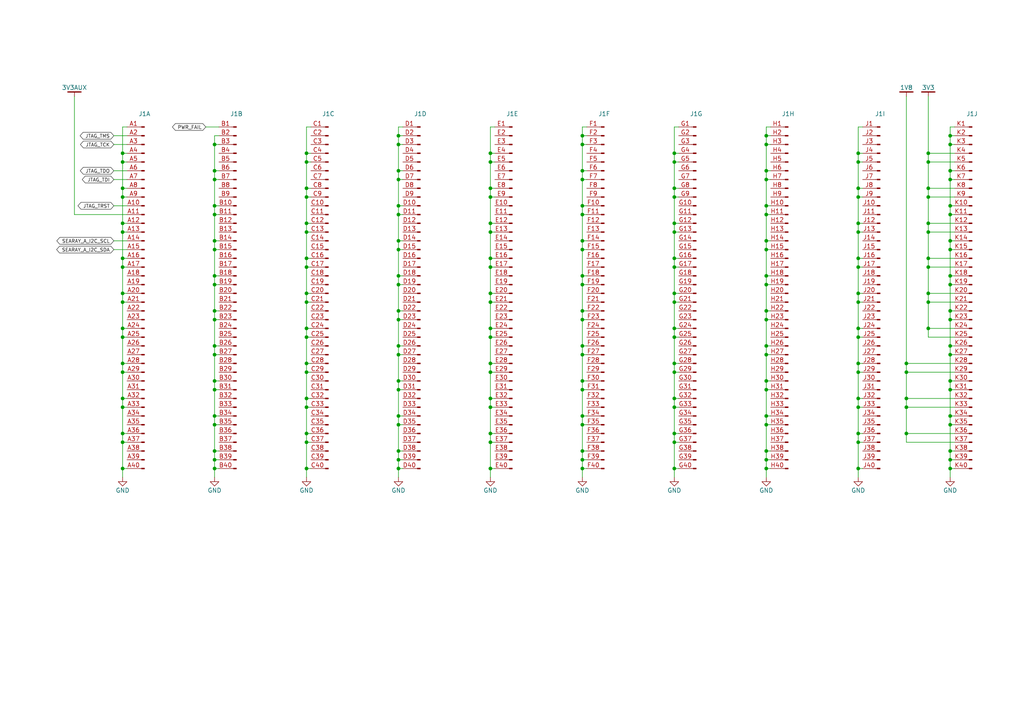
<source format=kicad_sch>
(kicad_sch (version 20230121) (generator eeschema)
  (paper "A4")
  (title_block (title "10x40 SEARAY Connector A") (date "2023-12-26") (rev "A") (company "Jordan Harris-Toovy") (comment 1 "Mainboard for Capstone Project at Oregon Tech") (comment 2 "NOT FMC (VITA 57.1) Compatible. See attached pinout"))
  (lib_symbols
    (symbol "Capstone_Library:1V8" (power) (pin_numbers hide) (pin_names (offset 0) hide) (in_bom no) (on_board no)
      (property "Value" "1V8" (at 0 1.27 0))
      (symbol "1V8_1_1"
        (pin power_in line (at 0 -1.27 90) (length 1.27) hide (name "1V8") (number "1"))
      )
    )
    (symbol "Capstone_Library:3V3" (power) (pin_numbers hide) (pin_names (offset 0) hide) (in_bom no) (on_board no)
      (property "Value" "3V3" (at 0 1.27 0))
      (symbol "3V3_1_1"
        (pin power_in line (at 0 -1.27 90) (length 1.27) hide (name "3V3") (number "1"))
      )
    )
    (symbol "Capstone_Library:3V3AUX" (power) (pin_numbers hide) (pin_names (offset 0) hide) (in_bom no) (on_board no)
      (property "Value" "3V3AUX" (at 0 1.27 0))
      (symbol "3V3AUX_1_1"
        (pin power_in line (at 0 -1.27 90) (length 1.27) hide (name "3V3AUX") (number "1"))
      )
    )
    (symbol "Connector:Samtec_ASP-134602-01" (pin_names (offset 1.016) hide)
      (property "Reference" "J" (at 0 50.8 0))
      (property "Value" "Samtec_ASP-134602-01" (at 0 -53.34 0))
      (symbol "Samtec_ASP-134602-01_1_1"
        (pin passive line (at -5.08 48.26 0) (length 3.81) (name "Pin_1") (number "A1"))
        (pin passive line (at -5.08 25.4 0) (length 3.81) (name "Pin_10") (number "A10"))
        (pin passive line (at -5.08 22.86 0) (length 3.81) (name "Pin_11") (number "A11"))
        (pin passive line (at -5.08 20.32 0) (length 3.81) (name "Pin_12") (number "A12"))
        (pin passive line (at -5.08 17.78 0) (length 3.81) (name "Pin_13") (number "A13"))
        (pin passive line (at -5.08 15.24 0) (length 3.81) (name "Pin_14") (number "A14"))
        (pin passive line (at -5.08 12.7 0) (length 3.81) (name "Pin_15") (number "A15"))
        (pin passive line (at -5.08 10.16 0) (length 3.81) (name "Pin_16") (number "A16"))
        (pin passive line (at -5.08 7.62 0) (length 3.81) (name "Pin_17") (number "A17"))
        (pin passive line (at -5.08 5.08 0) (length 3.81) (name "Pin_18") (number "A18"))
        (pin passive line (at -5.08 2.54 0) (length 3.81) (name "Pin_19") (number "A19"))
        (pin passive line (at -5.08 45.72 0) (length 3.81) (name "Pin_2") (number "A2"))
        (pin passive line (at -5.08 0 0) (length 3.81) (name "Pin_20") (number "A20"))
        (pin passive line (at -5.08 -2.54 0) (length 3.81) (name "Pin_21") (number "A21"))
        (pin passive line (at -5.08 -5.08 0) (length 3.81) (name "Pin_22") (number "A22"))
        (pin passive line (at -5.08 -7.62 0) (length 3.81) (name "Pin_23") (number "A23"))
        (pin passive line (at -5.08 -10.16 0) (length 3.81) (name "Pin_24") (number "A24"))
        (pin passive line (at -5.08 -12.7 0) (length 3.81) (name "Pin_25") (number "A25"))
        (pin passive line (at -5.08 -15.24 0) (length 3.81) (name "Pin_26") (number "A26"))
        (pin passive line (at -5.08 -17.78 0) (length 3.81) (name "Pin_27") (number "A27"))
        (pin passive line (at -5.08 -20.32 0) (length 3.81) (name "Pin_28") (number "A28"))
        (pin passive line (at -5.08 -22.86 0) (length 3.81) (name "Pin_29") (number "A29"))
        (pin passive line (at -5.08 43.18 0) (length 3.81) (name "Pin_3") (number "A3"))
        (pin passive line (at -5.08 -25.4 0) (length 3.81) (name "Pin_30") (number "A30"))
        (pin passive line (at -5.08 -27.94 0) (length 3.81) (name "Pin_31") (number "A31"))
        (pin passive line (at -5.08 -30.48 0) (length 3.81) (name "Pin_32") (number "A32"))
        (pin passive line (at -5.08 -33.02 0) (length 3.81) (name "Pin_33") (number "A33"))
        (pin passive line (at -5.08 -35.56 0) (length 3.81) (name "Pin_34") (number "A34"))
        (pin passive line (at -5.08 -38.1 0) (length 3.81) (name "Pin_35") (number "A35"))
        (pin passive line (at -5.08 -40.64 0) (length 3.81) (name "Pin_36") (number "A36"))
        (pin passive line (at -5.08 -43.18 0) (length 3.81) (name "Pin_37") (number "A37"))
        (pin passive line (at -5.08 -45.72 0) (length 3.81) (name "Pin_38") (number "A38"))
        (pin passive line (at -5.08 -48.26 0) (length 3.81) (name "Pin_39") (number "A39"))
        (pin passive line (at -5.08 40.64 0) (length 3.81) (name "Pin_4") (number "A4"))
        (pin passive line (at -5.08 -50.8 0) (length 3.81) (name "Pin_40") (number "A40"))
        (pin passive line (at -5.08 38.1 0) (length 3.81) (name "Pin_5") (number "A5"))
        (pin passive line (at -5.08 35.56 0) (length 3.81) (name "Pin_6") (number "A6"))
        (pin passive line (at -5.08 33.02 0) (length 3.81) (name "Pin_7") (number "A7"))
        (pin passive line (at -5.08 30.48 0) (length 3.81) (name "Pin_8") (number "A8"))
        (pin passive line (at -5.08 27.94 0) (length 3.81) (name "Pin_9") (number "A9"))
      )
      (symbol "Samtec_ASP-134602-01_2_1"
        (pin passive line (at -5.08 48.26 0) (length 3.81) (name "Pin_1") (number "B1"))
        (pin passive line (at -5.08 25.4 0) (length 3.81) (name "Pin_10") (number "B10"))
        (pin passive line (at -5.08 22.86 0) (length 3.81) (name "Pin_11") (number "B11"))
        (pin passive line (at -5.08 20.32 0) (length 3.81) (name "Pin_12") (number "B12"))
        (pin passive line (at -5.08 17.78 0) (length 3.81) (name "Pin_13") (number "B13"))
        (pin passive line (at -5.08 15.24 0) (length 3.81) (name "Pin_14") (number "B14"))
        (pin passive line (at -5.08 12.7 0) (length 3.81) (name "Pin_15") (number "B15"))
        (pin passive line (at -5.08 10.16 0) (length 3.81) (name "Pin_16") (number "B16"))
        (pin passive line (at -5.08 7.62 0) (length 3.81) (name "Pin_17") (number "B17"))
        (pin passive line (at -5.08 5.08 0) (length 3.81) (name "Pin_18") (number "B18"))
        (pin passive line (at -5.08 2.54 0) (length 3.81) (name "Pin_19") (number "B19"))
        (pin passive line (at -5.08 45.72 0) (length 3.81) (name "Pin_2") (number "B2"))
        (pin passive line (at -5.08 0 0) (length 3.81) (name "Pin_20") (number "B20"))
        (pin passive line (at -5.08 -2.54 0) (length 3.81) (name "Pin_21") (number "B21"))
        (pin passive line (at -5.08 -5.08 0) (length 3.81) (name "Pin_22") (number "B22"))
        (pin passive line (at -5.08 -7.62 0) (length 3.81) (name "Pin_23") (number "B23"))
        (pin passive line (at -5.08 -10.16 0) (length 3.81) (name "Pin_24") (number "B24"))
        (pin passive line (at -5.08 -12.7 0) (length 3.81) (name "Pin_25") (number "B25"))
        (pin passive line (at -5.08 -15.24 0) (length 3.81) (name "Pin_26") (number "B26"))
        (pin passive line (at -5.08 -17.78 0) (length 3.81) (name "Pin_27") (number "B27"))
        (pin passive line (at -5.08 -20.32 0) (length 3.81) (name "Pin_28") (number "B28"))
        (pin passive line (at -5.08 -22.86 0) (length 3.81) (name "Pin_29") (number "B29"))
        (pin passive line (at -5.08 43.18 0) (length 3.81) (name "Pin_3") (number "B3"))
        (pin passive line (at -5.08 -25.4 0) (length 3.81) (name "Pin_30") (number "B30"))
        (pin passive line (at -5.08 -27.94 0) (length 3.81) (name "Pin_31") (number "B31"))
        (pin passive line (at -5.08 -30.48 0) (length 3.81) (name "Pin_32") (number "B32"))
        (pin passive line (at -5.08 -33.02 0) (length 3.81) (name "Pin_33") (number "B33"))
        (pin passive line (at -5.08 -35.56 0) (length 3.81) (name "Pin_34") (number "B34"))
        (pin passive line (at -5.08 -38.1 0) (length 3.81) (name "Pin_35") (number "B35"))
        (pin passive line (at -5.08 -40.64 0) (length 3.81) (name "Pin_36") (number "B36"))
        (pin passive line (at -5.08 -43.18 0) (length 3.81) (name "Pin_37") (number "B37"))
        (pin passive line (at -5.08 -45.72 0) (length 3.81) (name "Pin_38") (number "B38"))
        (pin passive line (at -5.08 -48.26 0) (length 3.81) (name "Pin_39") (number "B39"))
        (pin passive line (at -5.08 40.64 0) (length 3.81) (name "Pin_4") (number "B4"))
        (pin passive line (at -5.08 -50.8 0) (length 3.81) (name "Pin_40") (number "B40"))
        (pin passive line (at -5.08 38.1 0) (length 3.81) (name "Pin_5") (number "B5"))
        (pin passive line (at -5.08 35.56 0) (length 3.81) (name "Pin_6") (number "B6"))
        (pin passive line (at -5.08 33.02 0) (length 3.81) (name "Pin_7") (number "B7"))
        (pin passive line (at -5.08 30.48 0) (length 3.81) (name "Pin_8") (number "B8"))
        (pin passive line (at -5.08 27.94 0) (length 3.81) (name "Pin_9") (number "B9"))
      )
      (symbol "Samtec_ASP-134602-01_3_1"
        (pin passive line (at -5.08 48.26 0) (length 3.81) (name "Pin_1") (number "C1"))
        (pin passive line (at -5.08 25.4 0) (length 3.81) (name "Pin_10") (number "C10"))
        (pin passive line (at -5.08 22.86 0) (length 3.81) (name "Pin_11") (number "C11"))
        (pin passive line (at -5.08 20.32 0) (length 3.81) (name "Pin_12") (number "C12"))
        (pin passive line (at -5.08 17.78 0) (length 3.81) (name "Pin_13") (number "C13"))
        (pin passive line (at -5.08 15.24 0) (length 3.81) (name "Pin_14") (number "C14"))
        (pin passive line (at -5.08 12.7 0) (length 3.81) (name "Pin_15") (number "C15"))
        (pin passive line (at -5.08 10.16 0) (length 3.81) (name "Pin_16") (number "C16"))
        (pin passive line (at -5.08 7.62 0) (length 3.81) (name "Pin_17") (number "C17"))
        (pin passive line (at -5.08 5.08 0) (length 3.81) (name "Pin_18") (number "C18"))
        (pin passive line (at -5.08 2.54 0) (length 3.81) (name "Pin_19") (number "C19"))
        (pin passive line (at -5.08 45.72 0) (length 3.81) (name "Pin_2") (number "C2"))
        (pin passive line (at -5.08 0 0) (length 3.81) (name "Pin_20") (number "C20"))
        (pin passive line (at -5.08 -2.54 0) (length 3.81) (name "Pin_21") (number "C21"))
        (pin passive line (at -5.08 -5.08 0) (length 3.81) (name "Pin_22") (number "C22"))
        (pin passive line (at -5.08 -7.62 0) (length 3.81) (name "Pin_23") (number "C23"))
        (pin passive line (at -5.08 -10.16 0) (length 3.81) (name "Pin_24") (number "C24"))
        (pin passive line (at -5.08 -12.7 0) (length 3.81) (name "Pin_25") (number "C25"))
        (pin passive line (at -5.08 -15.24 0) (length 3.81) (name "Pin_26") (number "C26"))
        (pin passive line (at -5.08 -17.78 0) (length 3.81) (name "Pin_27") (number "C27"))
        (pin passive line (at -5.08 -20.32 0) (length 3.81) (name "Pin_28") (number "C28"))
        (pin passive line (at -5.08 -22.86 0) (length 3.81) (name "Pin_29") (number "C29"))
        (pin passive line (at -5.08 43.18 0) (length 3.81) (name "Pin_3") (number "C3"))
        (pin passive line (at -5.08 -25.4 0) (length 3.81) (name "Pin_30") (number "C30"))
        (pin passive line (at -5.08 -27.94 0) (length 3.81) (name "Pin_31") (number "C31"))
        (pin passive line (at -5.08 -30.48 0) (length 3.81) (name "Pin_32") (number "C32"))
        (pin passive line (at -5.08 -33.02 0) (length 3.81) (name "Pin_33") (number "C33"))
        (pin passive line (at -5.08 -35.56 0) (length 3.81) (name "Pin_34") (number "C34"))
        (pin passive line (at -5.08 -38.1 0) (length 3.81) (name "Pin_35") (number "C35"))
        (pin passive line (at -5.08 -40.64 0) (length 3.81) (name "Pin_36") (number "C36"))
        (pin passive line (at -5.08 -43.18 0) (length 3.81) (name "Pin_37") (number "C37"))
        (pin passive line (at -5.08 -45.72 0) (length 3.81) (name "Pin_38") (number "C38"))
        (pin passive line (at -5.08 -48.26 0) (length 3.81) (name "Pin_39") (number "C39"))
        (pin passive line (at -5.08 40.64 0) (length 3.81) (name "Pin_4") (number "C4"))
        (pin passive line (at -5.08 -50.8 0) (length 3.81) (name "Pin_40") (number "C40"))
        (pin passive line (at -5.08 38.1 0) (length 3.81) (name "Pin_5") (number "C5"))
        (pin passive line (at -5.08 35.56 0) (length 3.81) (name "Pin_6") (number "C6"))
        (pin passive line (at -5.08 33.02 0) (length 3.81) (name "Pin_7") (number "C7"))
        (pin passive line (at -5.08 30.48 0) (length 3.81) (name "Pin_8") (number "C8"))
        (pin passive line (at -5.08 27.94 0) (length 3.81) (name "Pin_9") (number "C9"))
      )
      (symbol "Samtec_ASP-134602-01_4_1"
        (pin passive line (at -5.08 48.26 0) (length 3.81) (name "Pin_1") (number "D1"))
        (pin passive line (at -5.08 25.4 0) (length 3.81) (name "Pin_10") (number "D10"))
        (pin passive line (at -5.08 22.86 0) (length 3.81) (name "Pin_11") (number "D11"))
        (pin passive line (at -5.08 20.32 0) (length 3.81) (name "Pin_12") (number "D12"))
        (pin passive line (at -5.08 17.78 0) (length 3.81) (name "Pin_13") (number "D13"))
        (pin passive line (at -5.08 15.24 0) (length 3.81) (name "Pin_14") (number "D14"))
        (pin passive line (at -5.08 12.7 0) (length 3.81) (name "Pin_15") (number "D15"))
        (pin passive line (at -5.08 10.16 0) (length 3.81) (name "Pin_16") (number "D16"))
        (pin passive line (at -5.08 7.62 0) (length 3.81) (name "Pin_17") (number "D17"))
        (pin passive line (at -5.08 5.08 0) (length 3.81) (name "Pin_18") (number "D18"))
        (pin passive line (at -5.08 2.54 0) (length 3.81) (name "Pin_19") (number "D19"))
        (pin passive line (at -5.08 45.72 0) (length 3.81) (name "Pin_2") (number "D2"))
        (pin passive line (at -5.08 0 0) (length 3.81) (name "Pin_20") (number "D20"))
        (pin passive line (at -5.08 -2.54 0) (length 3.81) (name "Pin_21") (number "D21"))
        (pin passive line (at -5.08 -5.08 0) (length 3.81) (name "Pin_22") (number "D22"))
        (pin passive line (at -5.08 -7.62 0) (length 3.81) (name "Pin_23") (number "D23"))
        (pin passive line (at -5.08 -10.16 0) (length 3.81) (name "Pin_24") (number "D24"))
        (pin passive line (at -5.08 -12.7 0) (length 3.81) (name "Pin_25") (number "D25"))
        (pin passive line (at -5.08 -15.24 0) (length 3.81) (name "Pin_26") (number "D26"))
        (pin passive line (at -5.08 -17.78 0) (length 3.81) (name "Pin_27") (number "D27"))
        (pin passive line (at -5.08 -20.32 0) (length 3.81) (name "Pin_28") (number "D28"))
        (pin passive line (at -5.08 -22.86 0) (length 3.81) (name "Pin_29") (number "D29"))
        (pin passive line (at -5.08 43.18 0) (length 3.81) (name "Pin_3") (number "D3"))
        (pin passive line (at -5.08 -25.4 0) (length 3.81) (name "Pin_30") (number "D30"))
        (pin passive line (at -5.08 -27.94 0) (length 3.81) (name "Pin_31") (number "D31"))
        (pin passive line (at -5.08 -30.48 0) (length 3.81) (name "Pin_32") (number "D32"))
        (pin passive line (at -5.08 -33.02 0) (length 3.81) (name "Pin_33") (number "D33"))
        (pin passive line (at -5.08 -35.56 0) (length 3.81) (name "Pin_34") (number "D34"))
        (pin passive line (at -5.08 -38.1 0) (length 3.81) (name "Pin_35") (number "D35"))
        (pin passive line (at -5.08 -40.64 0) (length 3.81) (name "Pin_36") (number "D36"))
        (pin passive line (at -5.08 -43.18 0) (length 3.81) (name "Pin_37") (number "D37"))
        (pin passive line (at -5.08 -45.72 0) (length 3.81) (name "Pin_38") (number "D38"))
        (pin passive line (at -5.08 -48.26 0) (length 3.81) (name "Pin_39") (number "D39"))
        (pin passive line (at -5.08 40.64 0) (length 3.81) (name "Pin_4") (number "D4"))
        (pin passive line (at -5.08 -50.8 0) (length 3.81) (name "Pin_40") (number "D40"))
        (pin passive line (at -5.08 38.1 0) (length 3.81) (name "Pin_5") (number "D5"))
        (pin passive line (at -5.08 35.56 0) (length 3.81) (name "Pin_6") (number "D6"))
        (pin passive line (at -5.08 33.02 0) (length 3.81) (name "Pin_7") (number "D7"))
        (pin passive line (at -5.08 30.48 0) (length 3.81) (name "Pin_8") (number "D8"))
        (pin passive line (at -5.08 27.94 0) (length 3.81) (name "Pin_9") (number "D9"))
      )
      (symbol "Samtec_ASP-134602-01_5_1"
        (pin passive line (at -5.08 48.26 0) (length 3.81) (name "Pin_1") (number "E1"))
        (pin passive line (at -5.08 25.4 0) (length 3.81) (name "Pin_10") (number "E10"))
        (pin passive line (at -5.08 22.86 0) (length 3.81) (name "Pin_11") (number "E11"))
        (pin passive line (at -5.08 20.32 0) (length 3.81) (name "Pin_12") (number "E12"))
        (pin passive line (at -5.08 17.78 0) (length 3.81) (name "Pin_13") (number "E13"))
        (pin passive line (at -5.08 15.24 0) (length 3.81) (name "Pin_14") (number "E14"))
        (pin passive line (at -5.08 12.7 0) (length 3.81) (name "Pin_15") (number "E15"))
        (pin passive line (at -5.08 10.16 0) (length 3.81) (name "Pin_16") (number "E16"))
        (pin passive line (at -5.08 7.62 0) (length 3.81) (name "Pin_17") (number "E17"))
        (pin passive line (at -5.08 5.08 0) (length 3.81) (name "Pin_18") (number "E18"))
        (pin passive line (at -5.08 2.54 0) (length 3.81) (name "Pin_19") (number "E19"))
        (pin passive line (at -5.08 45.72 0) (length 3.81) (name "Pin_2") (number "E2"))
        (pin passive line (at -5.08 0 0) (length 3.81) (name "Pin_20") (number "E20"))
        (pin passive line (at -5.08 -2.54 0) (length 3.81) (name "Pin_21") (number "E21"))
        (pin passive line (at -5.08 -5.08 0) (length 3.81) (name "Pin_22") (number "E22"))
        (pin passive line (at -5.08 -7.62 0) (length 3.81) (name "Pin_23") (number "E23"))
        (pin passive line (at -5.08 -10.16 0) (length 3.81) (name "Pin_24") (number "E24"))
        (pin passive line (at -5.08 -12.7 0) (length 3.81) (name "Pin_25") (number "E25"))
        (pin passive line (at -5.08 -15.24 0) (length 3.81) (name "Pin_26") (number "E26"))
        (pin passive line (at -5.08 -17.78 0) (length 3.81) (name "Pin_27") (number "E27"))
        (pin passive line (at -5.08 -20.32 0) (length 3.81) (name "Pin_28") (number "E28"))
        (pin passive line (at -5.08 -22.86 0) (length 3.81) (name "Pin_29") (number "E29"))
        (pin passive line (at -5.08 43.18 0) (length 3.81) (name "Pin_3") (number "E3"))
        (pin passive line (at -5.08 -25.4 0) (length 3.81) (name "Pin_30") (number "E30"))
        (pin passive line (at -5.08 -27.94 0) (length 3.81) (name "Pin_31") (number "E31"))
        (pin passive line (at -5.08 -30.48 0) (length 3.81) (name "Pin_32") (number "E32"))
        (pin passive line (at -5.08 -33.02 0) (length 3.81) (name "Pin_33") (number "E33"))
        (pin passive line (at -5.08 -35.56 0) (length 3.81) (name "Pin_34") (number "E34"))
        (pin passive line (at -5.08 -38.1 0) (length 3.81) (name "Pin_35") (number "E35"))
        (pin passive line (at -5.08 -40.64 0) (length 3.81) (name "Pin_36") (number "E36"))
        (pin passive line (at -5.08 -43.18 0) (length 3.81) (name "Pin_37") (number "E37"))
        (pin passive line (at -5.08 -45.72 0) (length 3.81) (name "Pin_38") (number "E38"))
        (pin passive line (at -5.08 -48.26 0) (length 3.81) (name "Pin_39") (number "E39"))
        (pin passive line (at -5.08 40.64 0) (length 3.81) (name "Pin_4") (number "E4"))
        (pin passive line (at -5.08 -50.8 0) (length 3.81) (name "Pin_40") (number "E40"))
        (pin passive line (at -5.08 38.1 0) (length 3.81) (name "Pin_5") (number "E5"))
        (pin passive line (at -5.08 35.56 0) (length 3.81) (name "Pin_6") (number "E6"))
        (pin passive line (at -5.08 33.02 0) (length 3.81) (name "Pin_7") (number "E7"))
        (pin passive line (at -5.08 30.48 0) (length 3.81) (name "Pin_8") (number "E8"))
        (pin passive line (at -5.08 27.94 0) (length 3.81) (name "Pin_9") (number "E9"))
      )
      (symbol "Samtec_ASP-134602-01_6_1"
        (pin passive line (at -5.08 48.26 0) (length 3.81) (name "Pin_1") (number "F1"))
        (pin passive line (at -5.08 25.4 0) (length 3.81) (name "Pin_10") (number "F10"))
        (pin passive line (at -5.08 22.86 0) (length 3.81) (name "Pin_11") (number "F11"))
        (pin passive line (at -5.08 20.32 0) (length 3.81) (name "Pin_12") (number "F12"))
        (pin passive line (at -5.08 17.78 0) (length 3.81) (name "Pin_13") (number "F13"))
        (pin passive line (at -5.08 15.24 0) (length 3.81) (name "Pin_14") (number "F14"))
        (pin passive line (at -5.08 12.7 0) (length 3.81) (name "Pin_15") (number "F15"))
        (pin passive line (at -5.08 10.16 0) (length 3.81) (name "Pin_16") (number "F16"))
        (pin passive line (at -5.08 7.62 0) (length 3.81) (name "Pin_17") (number "F17"))
        (pin passive line (at -5.08 5.08 0) (length 3.81) (name "Pin_18") (number "F18"))
        (pin passive line (at -5.08 2.54 0) (length 3.81) (name "Pin_19") (number "F19"))
        (pin passive line (at -5.08 45.72 0) (length 3.81) (name "Pin_2") (number "F2"))
        (pin passive line (at -5.08 0 0) (length 3.81) (name "Pin_20") (number "F20"))
        (pin passive line (at -5.08 -2.54 0) (length 3.81) (name "Pin_21") (number "F21"))
        (pin passive line (at -5.08 -5.08 0) (length 3.81) (name "Pin_22") (number "F22"))
        (pin passive line (at -5.08 -7.62 0) (length 3.81) (name "Pin_23") (number "F23"))
        (pin passive line (at -5.08 -10.16 0) (length 3.81) (name "Pin_24") (number "F24"))
        (pin passive line (at -5.08 -12.7 0) (length 3.81) (name "Pin_25") (number "F25"))
        (pin passive line (at -5.08 -15.24 0) (length 3.81) (name "Pin_26") (number "F26"))
        (pin passive line (at -5.08 -17.78 0) (length 3.81) (name "Pin_27") (number "F27"))
        (pin passive line (at -5.08 -20.32 0) (length 3.81) (name "Pin_28") (number "F28"))
        (pin passive line (at -5.08 -22.86 0) (length 3.81) (name "Pin_29") (number "F29"))
        (pin passive line (at -5.08 43.18 0) (length 3.81) (name "Pin_3") (number "F3"))
        (pin passive line (at -5.08 -25.4 0) (length 3.81) (name "Pin_30") (number "F30"))
        (pin passive line (at -5.08 -27.94 0) (length 3.81) (name "Pin_31") (number "F31"))
        (pin passive line (at -5.08 -30.48 0) (length 3.81) (name "Pin_32") (number "F32"))
        (pin passive line (at -5.08 -33.02 0) (length 3.81) (name "Pin_33") (number "F33"))
        (pin passive line (at -5.08 -35.56 0) (length 3.81) (name "Pin_34") (number "F34"))
        (pin passive line (at -5.08 -38.1 0) (length 3.81) (name "Pin_35") (number "F35"))
        (pin passive line (at -5.08 -40.64 0) (length 3.81) (name "Pin_36") (number "F36"))
        (pin passive line (at -5.08 -43.18 0) (length 3.81) (name "Pin_37") (number "F37"))
        (pin passive line (at -5.08 -45.72 0) (length 3.81) (name "Pin_38") (number "F38"))
        (pin passive line (at -5.08 -48.26 0) (length 3.81) (name "Pin_39") (number "F39"))
        (pin passive line (at -5.08 40.64 0) (length 3.81) (name "Pin_4") (number "F4"))
        (pin passive line (at -5.08 -50.8 0) (length 3.81) (name "Pin_40") (number "F40"))
        (pin passive line (at -5.08 38.1 0) (length 3.81) (name "Pin_5") (number "F5"))
        (pin passive line (at -5.08 35.56 0) (length 3.81) (name "Pin_6") (number "F6"))
        (pin passive line (at -5.08 33.02 0) (length 3.81) (name "Pin_7") (number "F7"))
        (pin passive line (at -5.08 30.48 0) (length 3.81) (name "Pin_8") (number "F8"))
        (pin passive line (at -5.08 27.94 0) (length 3.81) (name "Pin_9") (number "F9"))
      )
      (symbol "Samtec_ASP-134602-01_7_1"
        (pin passive line (at -5.08 48.26 0) (length 3.81) (name "Pin_1") (number "G1"))
        (pin passive line (at -5.08 25.4 0) (length 3.81) (name "Pin_10") (number "G10"))
        (pin passive line (at -5.08 22.86 0) (length 3.81) (name "Pin_11") (number "G11"))
        (pin passive line (at -5.08 20.32 0) (length 3.81) (name "Pin_12") (number "G12"))
        (pin passive line (at -5.08 17.78 0) (length 3.81) (name "Pin_13") (number "G13"))
        (pin passive line (at -5.08 15.24 0) (length 3.81) (name "Pin_14") (number "G14"))
        (pin passive line (at -5.08 12.7 0) (length 3.81) (name "Pin_15") (number "G15"))
        (pin passive line (at -5.08 10.16 0) (length 3.81) (name "Pin_16") (number "G16"))
        (pin passive line (at -5.08 7.62 0) (length 3.81) (name "Pin_17") (number "G17"))
        (pin passive line (at -5.08 5.08 0) (length 3.81) (name "Pin_18") (number "G18"))
        (pin passive line (at -5.08 2.54 0) (length 3.81) (name "Pin_19") (number "G19"))
        (pin passive line (at -5.08 45.72 0) (length 3.81) (name "Pin_2") (number "G2"))
        (pin passive line (at -5.08 0 0) (length 3.81) (name "Pin_20") (number "G20"))
        (pin passive line (at -5.08 -2.54 0) (length 3.81) (name "Pin_21") (number "G21"))
        (pin passive line (at -5.08 -5.08 0) (length 3.81) (name "Pin_22") (number "G22"))
        (pin passive line (at -5.08 -7.62 0) (length 3.81) (name "Pin_23") (number "G23"))
        (pin passive line (at -5.08 -10.16 0) (length 3.81) (name "Pin_24") (number "G24"))
        (pin passive line (at -5.08 -12.7 0) (length 3.81) (name "Pin_25") (number "G25"))
        (pin passive line (at -5.08 -15.24 0) (length 3.81) (name "Pin_26") (number "G26"))
        (pin passive line (at -5.08 -17.78 0) (length 3.81) (name "Pin_27") (number "G27"))
        (pin passive line (at -5.08 -20.32 0) (length 3.81) (name "Pin_28") (number "G28"))
        (pin passive line (at -5.08 -22.86 0) (length 3.81) (name "Pin_29") (number "G29"))
        (pin passive line (at -5.08 43.18 0) (length 3.81) (name "Pin_3") (number "G3"))
        (pin passive line (at -5.08 -25.4 0) (length 3.81) (name "Pin_30") (number "G30"))
        (pin passive line (at -5.08 -27.94 0) (length 3.81) (name "Pin_31") (number "G31"))
        (pin passive line (at -5.08 -30.48 0) (length 3.81) (name "Pin_32") (number "G32"))
        (pin passive line (at -5.08 -33.02 0) (length 3.81) (name "Pin_33") (number "G33"))
        (pin passive line (at -5.08 -35.56 0) (length 3.81) (name "Pin_34") (number "G34"))
        (pin passive line (at -5.08 -38.1 0) (length 3.81) (name "Pin_35") (number "G35"))
        (pin passive line (at -5.08 -40.64 0) (length 3.81) (name "Pin_36") (number "G36"))
        (pin passive line (at -5.08 -43.18 0) (length 3.81) (name "Pin_37") (number "G37"))
        (pin passive line (at -5.08 -45.72 0) (length 3.81) (name "Pin_38") (number "G38"))
        (pin passive line (at -5.08 -48.26 0) (length 3.81) (name "Pin_39") (number "G39"))
        (pin passive line (at -5.08 40.64 0) (length 3.81) (name "Pin_4") (number "G4"))
        (pin passive line (at -5.08 -50.8 0) (length 3.81) (name "Pin_40") (number "G40"))
        (pin passive line (at -5.08 38.1 0) (length 3.81) (name "Pin_5") (number "G5"))
        (pin passive line (at -5.08 35.56 0) (length 3.81) (name "Pin_6") (number "G6"))
        (pin passive line (at -5.08 33.02 0) (length 3.81) (name "Pin_7") (number "G7"))
        (pin passive line (at -5.08 30.48 0) (length 3.81) (name "Pin_8") (number "G8"))
        (pin passive line (at -5.08 27.94 0) (length 3.81) (name "Pin_9") (number "G9"))
      )
      (symbol "Samtec_ASP-134602-01_8_1"
        (pin passive line (at -5.08 48.26 0) (length 3.81) (name "Pin_1") (number "H1"))
        (pin passive line (at -5.08 25.4 0) (length 3.81) (name "Pin_10") (number "H10"))
        (pin passive line (at -5.08 22.86 0) (length 3.81) (name "Pin_11") (number "H11"))
        (pin passive line (at -5.08 20.32 0) (length 3.81) (name "Pin_12") (number "H12"))
        (pin passive line (at -5.08 17.78 0) (length 3.81) (name "Pin_13") (number "H13"))
        (pin passive line (at -5.08 15.24 0) (length 3.81) (name "Pin_14") (number "H14"))
        (pin passive line (at -5.08 12.7 0) (length 3.81) (name "Pin_15") (number "H15"))
        (pin passive line (at -5.08 10.16 0) (length 3.81) (name "Pin_16") (number "H16"))
        (pin passive line (at -5.08 7.62 0) (length 3.81) (name "Pin_17") (number "H17"))
        (pin passive line (at -5.08 5.08 0) (length 3.81) (name "Pin_18") (number "H18"))
        (pin passive line (at -5.08 2.54 0) (length 3.81) (name "Pin_19") (number "H19"))
        (pin passive line (at -5.08 45.72 0) (length 3.81) (name "Pin_2") (number "H2"))
        (pin passive line (at -5.08 0 0) (length 3.81) (name "Pin_20") (number "H20"))
        (pin passive line (at -5.08 -2.54 0) (length 3.81) (name "Pin_21") (number "H21"))
        (pin passive line (at -5.08 -5.08 0) (length 3.81) (name "Pin_22") (number "H22"))
        (pin passive line (at -5.08 -7.62 0) (length 3.81) (name "Pin_23") (number "H23"))
        (pin passive line (at -5.08 -10.16 0) (length 3.81) (name "Pin_24") (number "H24"))
        (pin passive line (at -5.08 -12.7 0) (length 3.81) (name "Pin_25") (number "H25"))
        (pin passive line (at -5.08 -15.24 0) (length 3.81) (name "Pin_26") (number "H26"))
        (pin passive line (at -5.08 -17.78 0) (length 3.81) (name "Pin_27") (number "H27"))
        (pin passive line (at -5.08 -20.32 0) (length 3.81) (name "Pin_28") (number "H28"))
        (pin passive line (at -5.08 -22.86 0) (length 3.81) (name "Pin_29") (number "H29"))
        (pin passive line (at -5.08 43.18 0) (length 3.81) (name "Pin_3") (number "H3"))
        (pin passive line (at -5.08 -25.4 0) (length 3.81) (name "Pin_30") (number "H30"))
        (pin passive line (at -5.08 -27.94 0) (length 3.81) (name "Pin_31") (number "H31"))
        (pin passive line (at -5.08 -30.48 0) (length 3.81) (name "Pin_32") (number "H32"))
        (pin passive line (at -5.08 -33.02 0) (length 3.81) (name "Pin_33") (number "H33"))
        (pin passive line (at -5.08 -35.56 0) (length 3.81) (name "Pin_34") (number "H34"))
        (pin passive line (at -5.08 -38.1 0) (length 3.81) (name "Pin_35") (number "H35"))
        (pin passive line (at -5.08 -40.64 0) (length 3.81) (name "Pin_36") (number "H36"))
        (pin passive line (at -5.08 -43.18 0) (length 3.81) (name "Pin_37") (number "H37"))
        (pin passive line (at -5.08 -45.72 0) (length 3.81) (name "Pin_38") (number "H38"))
        (pin passive line (at -5.08 -48.26 0) (length 3.81) (name "Pin_39") (number "H39"))
        (pin passive line (at -5.08 40.64 0) (length 3.81) (name "Pin_4") (number "H4"))
        (pin passive line (at -5.08 -50.8 0) (length 3.81) (name "Pin_40") (number "H40"))
        (pin passive line (at -5.08 38.1 0) (length 3.81) (name "Pin_5") (number "H5"))
        (pin passive line (at -5.08 35.56 0) (length 3.81) (name "Pin_6") (number "H6"))
        (pin passive line (at -5.08 33.02 0) (length 3.81) (name "Pin_7") (number "H7"))
        (pin passive line (at -5.08 30.48 0) (length 3.81) (name "Pin_8") (number "H8"))
        (pin passive line (at -5.08 27.94 0) (length 3.81) (name "Pin_9") (number "H9"))
      )
      (symbol "Samtec_ASP-134602-01_9_1"
        (pin passive line (at -5.08 48.26 0) (length 3.81) (name "Pin_1") (number "J1"))
        (pin passive line (at -5.08 25.4 0) (length 3.81) (name "Pin_10") (number "J10"))
        (pin passive line (at -5.08 22.86 0) (length 3.81) (name "Pin_11") (number "J11"))
        (pin passive line (at -5.08 20.32 0) (length 3.81) (name "Pin_12") (number "J12"))
        (pin passive line (at -5.08 17.78 0) (length 3.81) (name "Pin_13") (number "J13"))
        (pin passive line (at -5.08 15.24 0) (length 3.81) (name "Pin_14") (number "J14"))
        (pin passive line (at -5.08 12.7 0) (length 3.81) (name "Pin_15") (number "J15"))
        (pin passive line (at -5.08 10.16 0) (length 3.81) (name "Pin_16") (number "J16"))
        (pin passive line (at -5.08 7.62 0) (length 3.81) (name "Pin_17") (number "J17"))
        (pin passive line (at -5.08 5.08 0) (length 3.81) (name "Pin_18") (number "J18"))
        (pin passive line (at -5.08 2.54 0) (length 3.81) (name "Pin_19") (number "J19"))
        (pin passive line (at -5.08 45.72 0) (length 3.81) (name "Pin_2") (number "J2"))
        (pin passive line (at -5.08 0 0) (length 3.81) (name "Pin_20") (number "J20"))
        (pin passive line (at -5.08 -2.54 0) (length 3.81) (name "Pin_21") (number "J21"))
        (pin passive line (at -5.08 -5.08 0) (length 3.81) (name "Pin_22") (number "J22"))
        (pin passive line (at -5.08 -7.62 0) (length 3.81) (name "Pin_23") (number "J23"))
        (pin passive line (at -5.08 -10.16 0) (length 3.81) (name "Pin_24") (number "J24"))
        (pin passive line (at -5.08 -12.7 0) (length 3.81) (name "Pin_25") (number "J25"))
        (pin passive line (at -5.08 -15.24 0) (length 3.81) (name "Pin_26") (number "J26"))
        (pin passive line (at -5.08 -17.78 0) (length 3.81) (name "Pin_27") (number "J27"))
        (pin passive line (at -5.08 -20.32 0) (length 3.81) (name "Pin_28") (number "J28"))
        (pin passive line (at -5.08 -22.86 0) (length 3.81) (name "Pin_29") (number "J29"))
        (pin passive line (at -5.08 43.18 0) (length 3.81) (name "Pin_3") (number "J3"))
        (pin passive line (at -5.08 -25.4 0) (length 3.81) (name "Pin_30") (number "J30"))
        (pin passive line (at -5.08 -27.94 0) (length 3.81) (name "Pin_31") (number "J31"))
        (pin passive line (at -5.08 -30.48 0) (length 3.81) (name "Pin_32") (number "J32"))
        (pin passive line (at -5.08 -33.02 0) (length 3.81) (name "Pin_33") (number "J33"))
        (pin passive line (at -5.08 -35.56 0) (length 3.81) (name "Pin_34") (number "J34"))
        (pin passive line (at -5.08 -38.1 0) (length 3.81) (name "Pin_35") (number "J35"))
        (pin passive line (at -5.08 -40.64 0) (length 3.81) (name "Pin_36") (number "J36"))
        (pin passive line (at -5.08 -43.18 0) (length 3.81) (name "Pin_37") (number "J37"))
        (pin passive line (at -5.08 -45.72 0) (length 3.81) (name "Pin_38") (number "J38"))
        (pin passive line (at -5.08 -48.26 0) (length 3.81) (name "Pin_39") (number "J39"))
        (pin passive line (at -5.08 40.64 0) (length 3.81) (name "Pin_4") (number "J4"))
        (pin passive line (at -5.08 -50.8 0) (length 3.81) (name "Pin_40") (number "J40"))
        (pin passive line (at -5.08 38.1 0) (length 3.81) (name "Pin_5") (number "J5"))
        (pin passive line (at -5.08 35.56 0) (length 3.81) (name "Pin_6") (number "J6"))
        (pin passive line (at -5.08 33.02 0) (length 3.81) (name "Pin_7") (number "J7"))
        (pin passive line (at -5.08 30.48 0) (length 3.81) (name "Pin_8") (number "J8"))
        (pin passive line (at -5.08 27.94 0) (length 3.81) (name "Pin_9") (number "J9"))
      )
      (symbol "Samtec_ASP-134602-01_10_1"
        (pin passive line (at -5.08 48.26 0) (length 3.81) (name "Pin_1") (number "K1"))
        (pin passive line (at -5.08 25.4 0) (length 3.81) (name "Pin_10") (number "K10"))
        (pin passive line (at -5.08 22.86 0) (length 3.81) (name "Pin_11") (number "K11"))
        (pin passive line (at -5.08 20.32 0) (length 3.81) (name "Pin_12") (number "K12"))
        (pin passive line (at -5.08 17.78 0) (length 3.81) (name "Pin_13") (number "K13"))
        (pin passive line (at -5.08 15.24 0) (length 3.81) (name "Pin_14") (number "K14"))
        (pin passive line (at -5.08 12.7 0) (length 3.81) (name "Pin_15") (number "K15"))
        (pin passive line (at -5.08 10.16 0) (length 3.81) (name "Pin_16") (number "K16"))
        (pin passive line (at -5.08 7.62 0) (length 3.81) (name "Pin_17") (number "K17"))
        (pin passive line (at -5.08 5.08 0) (length 3.81) (name "Pin_18") (number "K18"))
        (pin passive line (at -5.08 2.54 0) (length 3.81) (name "Pin_19") (number "K19"))
        (pin passive line (at -5.08 45.72 0) (length 3.81) (name "Pin_2") (number "K2"))
        (pin passive line (at -5.08 0 0) (length 3.81) (name "Pin_20") (number "K20"))
        (pin passive line (at -5.08 -2.54 0) (length 3.81) (name "Pin_21") (number "K21"))
        (pin passive line (at -5.08 -5.08 0) (length 3.81) (name "Pin_22") (number "K22"))
        (pin passive line (at -5.08 -7.62 0) (length 3.81) (name "Pin_23") (number "K23"))
        (pin passive line (at -5.08 -10.16 0) (length 3.81) (name "Pin_24") (number "K24"))
        (pin passive line (at -5.08 -12.7 0) (length 3.81) (name "Pin_25") (number "K25"))
        (pin passive line (at -5.08 -15.24 0) (length 3.81) (name "Pin_26") (number "K26"))
        (pin passive line (at -5.08 -17.78 0) (length 3.81) (name "Pin_27") (number "K27"))
        (pin passive line (at -5.08 -20.32 0) (length 3.81) (name "Pin_28") (number "K28"))
        (pin passive line (at -5.08 -22.86 0) (length 3.81) (name "Pin_29") (number "K29"))
        (pin passive line (at -5.08 43.18 0) (length 3.81) (name "Pin_3") (number "K3"))
        (pin passive line (at -5.08 -25.4 0) (length 3.81) (name "Pin_30") (number "K30"))
        (pin passive line (at -5.08 -27.94 0) (length 3.81) (name "Pin_31") (number "K31"))
        (pin passive line (at -5.08 -30.48 0) (length 3.81) (name "Pin_32") (number "K32"))
        (pin passive line (at -5.08 -33.02 0) (length 3.81) (name "Pin_33") (number "K33"))
        (pin passive line (at -5.08 -35.56 0) (length 3.81) (name "Pin_34") (number "K34"))
        (pin passive line (at -5.08 -38.1 0) (length 3.81) (name "Pin_35") (number "K35"))
        (pin passive line (at -5.08 -40.64 0) (length 3.81) (name "Pin_36") (number "K36"))
        (pin passive line (at -5.08 -43.18 0) (length 3.81) (name "Pin_37") (number "K37"))
        (pin passive line (at -5.08 -45.72 0) (length 3.81) (name "Pin_38") (number "K38"))
        (pin passive line (at -5.08 -48.26 0) (length 3.81) (name "Pin_39") (number "K39"))
        (pin passive line (at -5.08 40.64 0) (length 3.81) (name "Pin_4") (number "K4"))
        (pin passive line (at -5.08 -50.8 0) (length 3.81) (name "Pin_40") (number "K40"))
        (pin passive line (at -5.08 38.1 0) (length 3.81) (name "Pin_5") (number "K5"))
        (pin passive line (at -5.08 35.56 0) (length 3.81) (name "Pin_6") (number "K6"))
        (pin passive line (at -5.08 33.02 0) (length 3.81) (name "Pin_7") (number "K7"))
        (pin passive line (at -5.08 30.48 0) (length 3.81) (name "Pin_8") (number "K8"))
        (pin passive line (at -5.08 27.94 0) (length 3.81) (name "Pin_9") (number "K9"))
      )
    )
    (symbol "power:GND" (power) (pin_names (offset 0))
      (property "Value" "GND" (at 0 -3.81 0))
      (symbol "GND_1_1"
        (pin power_in line (at 0 0 270) (length 0) hide (name "GND") (number "1"))
      )
    )
  )
  (junction (at 88.9 105.41))
  (junction (at 142.24 87.63))
  (junction (at 62.23 82.55))
  (junction (at 269.24 44.45))
  (junction (at 275.59 113.03))
  (junction (at 168.91 123.19))
  (junction (at 269.24 85.09))
  (junction (at 222.25 102.87))
  (junction (at 195.58 57.15))
  (junction (at 88.9 57.15))
  (junction (at 62.23 113.03))
  (junction (at 222.25 39.37))
  (junction (at 195.58 128.27))
  (junction (at 168.91 110.49))
  (junction (at 222.25 49.53))
  (junction (at 142.24 125.73))
  (junction (at 35.56 74.93))
  (junction (at 275.59 120.65))
  (junction (at 115.57 82.55))
  (junction (at 62.23 100.33))
  (junction (at 35.56 128.27))
  (junction (at 115.57 135.89))
  (junction (at 142.24 74.93))
  (junction (at 195.58 107.95))
  (junction (at 115.57 100.33))
  (junction (at 222.25 123.19))
  (junction (at 275.59 100.33))
  (junction (at 88.9 85.09))
  (junction (at 275.59 92.71))
  (junction (at 222.25 82.55))
  (junction (at 35.56 107.95))
  (junction (at 275.59 80.01))
  (junction (at 115.57 90.17))
  (junction (at 269.24 46.99))
  (junction (at 142.24 95.25))
  (junction (at 269.24 57.15))
  (junction (at 115.57 39.37))
  (junction (at 195.58 115.57))
  (junction (at 248.92 44.45))
  (junction (at 195.58 64.77))
  (junction (at 248.92 46.99))
  (junction (at 142.24 97.79))
  (junction (at 195.58 74.93))
  (junction (at 222.25 52.07))
  (junction (at 269.24 67.31))
  (junction (at 248.92 57.15))
  (junction (at 275.59 130.81))
  (junction (at 248.92 74.93))
  (junction (at 142.24 135.89))
  (junction (at 168.91 59.69))
  (junction (at 168.91 72.39))
  (junction (at 35.56 105.41))
  (junction (at 275.59 39.37))
  (junction (at 88.9 135.89))
  (junction (at 115.57 62.23))
  (junction (at 222.25 92.71))
  (junction (at 222.25 100.33))
  (junction (at 115.57 52.07))
  (junction (at 62.23 90.17))
  (junction (at 222.25 130.81))
  (junction (at 115.57 49.53))
  (junction (at 195.58 44.45))
  (junction (at 275.59 133.35))
  (junction (at 142.24 115.57))
  (junction (at 88.9 64.77))
  (junction (at 195.58 67.31))
  (junction (at 222.25 135.89))
  (junction (at 35.56 67.31))
  (junction (at 275.59 62.23))
  (junction (at 88.9 95.25))
  (junction (at 195.58 87.63))
  (junction (at 35.56 77.47))
  (junction (at 168.91 113.03))
  (junction (at 195.58 95.25))
  (junction (at 62.23 130.81))
  (junction (at 168.91 69.85))
  (junction (at 115.57 123.19))
  (junction (at 142.24 57.15))
  (junction (at 168.91 130.81))
  (junction (at 35.56 118.11))
  (junction (at 62.23 80.01))
  (junction (at 88.9 44.45))
  (junction (at 248.92 125.73))
  (junction (at 115.57 92.71))
  (junction (at 168.91 102.87))
  (junction (at 142.24 105.41))
  (junction (at 275.59 72.39))
  (junction (at 195.58 118.11))
  (junction (at 142.24 67.31))
  (junction (at 269.24 87.63))
  (junction (at 262.89 115.57))
  (junction (at 88.9 46.99))
  (junction (at 248.92 128.27))
  (junction (at 168.91 80.01))
  (junction (at 168.91 120.65))
  (junction (at 62.23 123.19))
  (junction (at 115.57 41.91))
  (junction (at 115.57 80.01))
  (junction (at 115.57 113.03))
  (junction (at 222.25 80.01))
  (junction (at 248.92 85.09))
  (junction (at 88.9 115.57))
  (junction (at 35.56 135.89))
  (junction (at 195.58 77.47))
  (junction (at 62.23 133.35))
  (junction (at 88.9 77.47))
  (junction (at 248.92 54.61))
  (junction (at 248.92 107.95))
  (junction (at 248.92 95.25))
  (junction (at 62.23 135.89))
  (junction (at 168.91 100.33))
  (junction (at 269.24 64.77))
  (junction (at 248.92 64.77))
  (junction (at 248.92 118.11))
  (junction (at 195.58 105.41))
  (junction (at 35.56 97.79))
  (junction (at 115.57 69.85))
  (junction (at 168.91 82.55))
  (junction (at 168.91 39.37))
  (junction (at 88.9 107.95))
  (junction (at 275.59 49.53))
  (junction (at 62.23 62.23))
  (junction (at 35.56 95.25))
  (junction (at 262.89 107.95))
  (junction (at 262.89 105.41))
  (junction (at 248.92 97.79))
  (junction (at 115.57 59.69))
  (junction (at 248.92 115.57))
  (junction (at 195.58 125.73))
  (junction (at 222.25 120.65))
  (junction (at 222.25 113.03))
  (junction (at 248.92 105.41))
  (junction (at 275.59 52.07))
  (junction (at 142.24 64.77))
  (junction (at 142.24 107.95))
  (junction (at 222.25 72.39))
  (junction (at 88.9 125.73))
  (junction (at 62.23 69.85))
  (junction (at 142.24 46.99))
  (junction (at 35.56 64.77))
  (junction (at 275.59 102.87))
  (junction (at 88.9 67.31))
  (junction (at 168.91 135.89))
  (junction (at 168.91 49.53))
  (junction (at 269.24 54.61))
  (junction (at 275.59 90.17))
  (junction (at 62.23 52.07))
  (junction (at 88.9 97.79))
  (junction (at 222.25 110.49))
  (junction (at 88.9 74.93))
  (junction (at 195.58 46.99))
  (junction (at 62.23 110.49))
  (junction (at 35.56 44.45))
  (junction (at 115.57 72.39))
  (junction (at 248.92 77.47))
  (junction (at 269.24 95.25))
  (junction (at 35.56 46.99))
  (junction (at 195.58 85.09))
  (junction (at 115.57 130.81))
  (junction (at 62.23 120.65))
  (junction (at 62.23 72.39))
  (junction (at 88.9 118.11))
  (junction (at 262.89 118.11))
  (junction (at 275.59 110.49))
  (junction (at 222.25 90.17))
  (junction (at 142.24 85.09))
  (junction (at 88.9 87.63))
  (junction (at 62.23 92.71))
  (junction (at 115.57 133.35))
  (junction (at 35.56 54.61))
  (junction (at 168.91 52.07))
  (junction (at 115.57 102.87))
  (junction (at 168.91 41.91))
  (junction (at 168.91 62.23))
  (junction (at 35.56 85.09))
  (junction (at 62.23 102.87))
  (junction (at 88.9 128.27))
  (junction (at 115.57 120.65))
  (junction (at 262.89 125.73))
  (junction (at 248.92 135.89))
  (junction (at 269.24 77.47))
  (junction (at 195.58 54.61))
  (junction (at 195.58 135.89))
  (junction (at 142.24 54.61))
  (junction (at 248.92 87.63))
  (junction (at 248.92 67.31))
  (junction (at 222.25 59.69))
  (junction (at 142.24 44.45))
  (junction (at 275.59 135.89))
  (junction (at 275.59 82.55))
  (junction (at 275.59 123.19))
  (junction (at 35.56 57.15))
  (junction (at 142.24 77.47))
  (junction (at 222.25 62.23))
  (junction (at 115.57 110.49))
  (junction (at 142.24 128.27))
  (junction (at 222.25 41.91))
  (junction (at 88.9 54.61))
  (junction (at 275.59 59.69))
  (junction (at 35.56 125.73))
  (junction (at 195.58 97.79))
  (junction (at 62.23 41.91))
  (junction (at 168.91 92.71))
  (junction (at 275.59 69.85))
  (junction (at 269.24 74.93))
  (junction (at 62.23 49.53))
  (junction (at 275.59 41.91))
  (junction (at 62.23 59.69))
  (junction (at 222.25 133.35))
  (junction (at 222.25 69.85))
  (junction (at 35.56 87.63))
  (junction (at 35.56 115.57))
  (junction (at 168.91 90.17))
  (junction (at 142.24 118.11))
  (junction (at 168.91 133.35))
  (wire (pts (xy 168.91 80.01) (xy 170.18 80.01)))
  (wire (pts (xy 88.9 67.31) (xy 90.17 67.31)))
  (wire (pts (xy 62.23 80.01) (xy 62.23 82.55)))
  (wire (pts (xy 142.24 115.57) (xy 142.24 118.11)))
  (wire (pts (xy 142.24 36.83) (xy 142.24 44.45)))
  (wire (pts (xy 248.92 115.57) (xy 248.92 118.11)))
  (wire (pts (xy 142.24 67.31) (xy 142.24 74.93)))
  (wire (pts (xy 222.25 130.81) (xy 223.52 130.81)))
  (wire (pts (xy 195.58 118.11) (xy 195.58 125.73)))
  (wire (pts (xy 222.25 133.35) (xy 223.52 133.35)))
  (wire (pts (xy 62.23 123.19) (xy 62.23 130.81)))
  (wire (pts (xy 62.23 90.17) (xy 63.5 90.17)))
  (wire (pts (xy 248.92 36.83) (xy 248.92 44.45)))
  (wire (pts (xy 168.91 69.85) (xy 170.18 69.85)))
  (wire (pts (xy 222.25 120.65) (xy 223.52 120.65)))
  (wire (pts (xy 222.25 135.89) (xy 223.52 135.89)))
  (wire (pts (xy 222.25 59.69) (xy 222.25 62.23)))
  (wire (pts (xy 115.57 62.23) (xy 115.57 69.85)))
  (wire (pts (xy 88.9 87.63) (xy 90.17 87.63)))
  (wire (pts (xy 62.23 41.91) (xy 63.5 41.91)))
  (wire (pts (xy 168.91 90.17) (xy 168.91 92.71)))
  (wire (pts (xy 222.25 69.85) (xy 223.52 69.85)))
  (wire (pts (xy 62.23 92.71) (xy 62.23 100.33)))
  (wire (pts (xy 248.92 87.63) (xy 250.19 87.63)))
  (wire (pts (xy 276.86 54.61) (xy 269.24 54.61)))
  (wire (pts (xy 33.02 59.69) (xy 36.83 59.69)))
  (wire (pts (xy 222.25 120.65) (xy 222.25 123.19)))
  (wire (pts (xy 222.25 123.19) (xy 223.52 123.19)))
  (wire (pts (xy 222.25 52.07) (xy 222.25 59.69)))
  (wire (pts (xy 142.24 125.73) (xy 142.24 128.27)))
  (wire (pts (xy 248.92 44.45) (xy 248.92 46.99)))
  (wire (pts (xy 88.9 118.11) (xy 88.9 125.73)))
  (wire (pts (xy 62.23 41.91) (xy 62.23 49.53)))
  (wire (pts (xy 62.23 120.65) (xy 62.23 123.19)))
  (wire (pts (xy 222.25 39.37) (xy 222.25 41.91)))
  (wire (pts (xy 62.23 69.85) (xy 62.23 72.39)))
  (wire (pts (xy 115.57 135.89) (xy 116.84 135.89)))
  (wire (pts (xy 275.59 52.07) (xy 275.59 59.69)))
  (wire (pts (xy 62.23 100.33) (xy 63.5 100.33)))
  (wire (pts (xy 250.19 36.83) (xy 248.92 36.83)))
  (wire (pts (xy 88.9 54.61) (xy 88.9 57.15)))
  (wire (pts (xy 262.89 105.41) (xy 262.89 27.94)))
  (wire (pts (xy 222.25 49.53) (xy 223.52 49.53)))
  (wire (pts (xy 195.58 107.95) (xy 196.85 107.95)))
  (wire (pts (xy 115.57 133.35) (xy 116.84 133.35)))
  (wire (pts (xy 195.58 107.95) (xy 195.58 115.57)))
  (wire (pts (xy 276.86 74.93) (xy 269.24 74.93)))
  (wire (pts (xy 33.02 69.85) (xy 36.83 69.85)))
  (wire (pts (xy 168.91 110.49) (xy 168.91 113.03)))
  (wire (pts (xy 63.5 39.37) (xy 62.23 39.37)))
  (wire (pts (xy 35.56 44.45) (xy 36.83 44.45)))
  (wire (pts (xy 88.9 77.47) (xy 88.9 85.09)))
  (wire (pts (xy 222.25 41.91) (xy 223.52 41.91)))
  (wire (pts (xy 168.91 90.17) (xy 170.18 90.17)))
  (wire (pts (xy 275.59 72.39) (xy 276.86 72.39)))
  (wire (pts (xy 35.56 46.99) (xy 35.56 54.61)))
  (wire (pts (xy 276.86 36.83) (xy 275.59 36.83)))
  (wire (pts (xy 142.24 95.25) (xy 143.51 95.25)))
  (wire (pts (xy 275.59 82.55) (xy 275.59 90.17)))
  (wire (pts (xy 195.58 97.79) (xy 196.85 97.79)))
  (wire (pts (xy 276.86 105.41) (xy 262.89 105.41)))
  (wire (pts (xy 142.24 97.79) (xy 143.51 97.79)))
  (wire (pts (xy 168.91 92.71) (xy 168.91 100.33)))
  (wire (pts (xy 88.9 77.47) (xy 90.17 77.47)))
  (wire (pts (xy 222.25 130.81) (xy 222.25 133.35)))
  (wire (pts (xy 222.25 100.33) (xy 223.52 100.33)))
  (wire (pts (xy 88.9 135.89) (xy 90.17 135.89)))
  (wire (pts (xy 142.24 107.95) (xy 142.24 115.57)))
  (wire (pts (xy 195.58 77.47) (xy 196.85 77.47)))
  (wire (pts (xy 275.59 110.49) (xy 276.86 110.49)))
  (wire (pts (xy 262.89 107.95) (xy 262.89 105.41)))
  (wire (pts (xy 142.24 87.63) (xy 142.24 95.25)))
  (wire (pts (xy 275.59 59.69) (xy 275.59 62.23)))
  (wire (pts (xy 275.59 100.33) (xy 275.59 102.87)))
  (wire (pts (xy 222.25 100.33) (xy 222.25 102.87)))
  (wire (pts (xy 62.23 130.81) (xy 62.23 133.35)))
  (wire (pts (xy 275.59 80.01) (xy 275.59 82.55)))
  (wire (pts (xy 248.92 46.99) (xy 248.92 54.61)))
  (wire (pts (xy 35.56 54.61) (xy 36.83 54.61)))
  (wire (pts (xy 195.58 57.15) (xy 196.85 57.15)))
  (wire (pts (xy 269.24 85.09) (xy 269.24 87.63)))
  (wire (pts (xy 275.59 92.71) (xy 275.59 100.33)))
  (wire (pts (xy 269.24 64.77) (xy 269.24 57.15)))
  (wire (pts (xy 248.92 95.25) (xy 250.19 95.25)))
  (wire (pts (xy 88.9 135.89) (xy 88.9 138.43)))
  (wire (pts (xy 196.85 36.83) (xy 195.58 36.83)))
  (wire (pts (xy 88.9 64.77) (xy 90.17 64.77)))
  (wire (pts (xy 115.57 72.39) (xy 115.57 80.01)))
  (wire (pts (xy 222.25 90.17) (xy 222.25 92.71)))
  (wire (pts (xy 115.57 133.35) (xy 115.57 135.89)))
  (wire (pts (xy 143.51 36.83) (xy 142.24 36.83)))
  (wire (pts (xy 248.92 64.77) (xy 250.19 64.77)))
  (wire (pts (xy 88.9 105.41) (xy 90.17 105.41)))
  (wire (pts (xy 222.25 80.01) (xy 222.25 82.55)))
  (wire (pts (xy 222.25 133.35) (xy 222.25 135.89)))
  (wire (pts (xy 142.24 57.15) (xy 143.51 57.15)))
  (wire (pts (xy 276.86 125.73) (xy 262.89 125.73)))
  (wire (pts (xy 62.23 102.87) (xy 62.23 110.49)))
  (wire (pts (xy 275.59 62.23) (xy 276.86 62.23)))
  (wire (pts (xy 35.56 125.73) (xy 36.83 125.73)))
  (wire (pts (xy 195.58 74.93) (xy 195.58 77.47)))
  (wire (pts (xy 275.59 133.35) (xy 275.59 135.89)))
  (wire (pts (xy 275.59 49.53) (xy 275.59 52.07)))
  (wire (pts (xy 275.59 120.65) (xy 276.86 120.65)))
  (wire (pts (xy 88.9 125.73) (xy 90.17 125.73)))
  (wire (pts (xy 35.56 95.25) (xy 35.56 97.79)))
  (wire (pts (xy 168.91 62.23) (xy 168.91 69.85)))
  (wire (pts (xy 35.56 115.57) (xy 35.56 118.11)))
  (wire (pts (xy 276.86 64.77) (xy 269.24 64.77)))
  (wire (pts (xy 222.25 49.53) (xy 222.25 52.07)))
  (wire (pts (xy 115.57 36.83) (xy 115.57 39.37)))
  (wire (pts (xy 115.57 49.53) (xy 116.84 49.53)))
  (wire (pts (xy 88.9 95.25) (xy 88.9 97.79)))
  (wire (pts (xy 115.57 113.03) (xy 115.57 120.65)))
  (wire (pts (xy 88.9 74.93) (xy 90.17 74.93)))
  (wire (pts (xy 222.25 59.69) (xy 223.52 59.69)))
  (wire (pts (xy 269.24 77.47) (xy 269.24 85.09)))
  (wire (pts (xy 115.57 52.07) (xy 115.57 59.69)))
  (wire (pts (xy 222.25 41.91) (xy 222.25 49.53)))
  (wire (pts (xy 275.59 69.85) (xy 276.86 69.85)))
  (wire (pts (xy 168.91 69.85) (xy 168.91 72.39)))
  (wire (pts (xy 115.57 102.87) (xy 116.84 102.87)))
  (wire (pts (xy 62.23 100.33) (xy 62.23 102.87)))
  (wire (pts (xy 88.9 118.11) (xy 90.17 118.11)))
  (wire (pts (xy 248.92 97.79) (xy 248.92 105.41)))
  (wire (pts (xy 115.57 90.17) (xy 116.84 90.17)))
  (wire (pts (xy 35.56 135.89) (xy 36.83 135.89)))
  (wire (pts (xy 35.56 54.61) (xy 35.56 57.15)))
  (wire (pts (xy 115.57 69.85) (xy 115.57 72.39)))
  (wire (pts (xy 88.9 46.99) (xy 90.17 46.99)))
  (wire (pts (xy 168.91 80.01) (xy 168.91 82.55)))
  (wire (pts (xy 35.56 74.93) (xy 36.83 74.93)))
  (wire (pts (xy 62.23 102.87) (xy 63.5 102.87)))
  (wire (pts (xy 88.9 115.57) (xy 90.17 115.57)))
  (wire (pts (xy 275.59 69.85) (xy 275.59 72.39)))
  (wire (pts (xy 248.92 77.47) (xy 250.19 77.47)))
  (wire (pts (xy 142.24 67.31) (xy 143.51 67.31)))
  (wire (pts (xy 168.91 92.71) (xy 170.18 92.71)))
  (wire (pts (xy 275.59 130.81) (xy 276.86 130.81)))
  (wire (pts (xy 88.9 57.15) (xy 90.17 57.15)))
  (wire (pts (xy 195.58 118.11) (xy 196.85 118.11)))
  (wire (pts (xy 195.58 135.89) (xy 195.58 138.43)))
  (wire (pts (xy 248.92 107.95) (xy 248.92 115.57)))
  (wire (pts (xy 269.24 87.63) (xy 269.24 95.25)))
  (wire (pts (xy 275.59 113.03) (xy 276.86 113.03)))
  (wire (pts (xy 195.58 115.57) (xy 196.85 115.57)))
  (wire (pts (xy 62.23 133.35) (xy 62.23 135.89)))
  (wire (pts (xy 142.24 118.11) (xy 143.51 118.11)))
  (wire (pts (xy 142.24 105.41) (xy 143.51 105.41)))
  (wire (pts (xy 35.56 105.41) (xy 35.56 107.95)))
  (wire (pts (xy 222.25 72.39) (xy 222.25 80.01)))
  (wire (pts (xy 248.92 115.57) (xy 250.19 115.57)))
  (wire (pts (xy 195.58 57.15) (xy 195.58 64.77)))
  (wire (pts (xy 275.59 82.55) (xy 276.86 82.55)))
  (wire (pts (xy 36.83 62.23) (xy 21.59 62.23)))
  (wire (pts (xy 168.91 130.81) (xy 170.18 130.81)))
  (wire (pts (xy 62.23 123.19) (xy 63.5 123.19)))
  (wire (pts (xy 115.57 92.71) (xy 116.84 92.71)))
  (wire (pts (xy 222.25 36.83) (xy 222.25 39.37)))
  (wire (pts (xy 142.24 135.89) (xy 143.51 135.89)))
  (wire (pts (xy 222.25 69.85) (xy 222.25 72.39)))
  (wire (pts (xy 142.24 64.77) (xy 143.51 64.77)))
  (wire (pts (xy 168.91 100.33) (xy 168.91 102.87)))
  (wire (pts (xy 248.92 44.45) (xy 250.19 44.45)))
  (wire (pts (xy 62.23 80.01) (xy 63.5 80.01)))
  (wire (pts (xy 116.84 39.37) (xy 115.57 39.37)))
  (wire (pts (xy 275.59 110.49) (xy 275.59 113.03)))
  (wire (pts (xy 275.59 52.07) (xy 276.86 52.07)))
  (wire (pts (xy 115.57 135.89) (xy 115.57 138.43)))
  (wire (pts (xy 115.57 120.65) (xy 115.57 123.19)))
  (wire (pts (xy 62.23 133.35) (xy 63.5 133.35)))
  (wire (pts (xy 62.23 59.69) (xy 62.23 62.23)))
  (wire (pts (xy 222.25 82.55) (xy 222.25 90.17)))
  (wire (pts (xy 35.56 135.89) (xy 35.56 138.43)))
  (wire (pts (xy 275.59 135.89) (xy 276.86 135.89)))
  (wire (pts (xy 195.58 64.77) (xy 195.58 67.31)))
  (wire (pts (xy 142.24 87.63) (xy 143.51 87.63)))
  (wire (pts (xy 195.58 74.93) (xy 196.85 74.93)))
  (wire (pts (xy 35.56 107.95) (xy 36.83 107.95)))
  (wire (pts (xy 276.86 128.27) (xy 262.89 128.27)))
  (wire (pts (xy 195.58 95.25) (xy 196.85 95.25)))
  (wire (pts (xy 248.92 54.61) (xy 250.19 54.61)))
  (wire (pts (xy 222.25 82.55) (xy 223.52 82.55)))
  (wire (pts (xy 115.57 72.39) (xy 116.84 72.39)))
  (wire (pts (xy 262.89 128.27) (xy 262.89 125.73)))
  (wire (pts (xy 142.24 44.45) (xy 143.51 44.45)))
  (wire (pts (xy 168.91 52.07) (xy 168.91 59.69)))
  (wire (pts (xy 62.23 110.49) (xy 63.5 110.49)))
  (wire (pts (xy 223.52 36.83) (xy 222.25 36.83)))
  (wire (pts (xy 62.23 62.23) (xy 63.5 62.23)))
  (wire (pts (xy 195.58 64.77) (xy 196.85 64.77)))
  (wire (pts (xy 275.59 100.33) (xy 276.86 100.33)))
  (wire (pts (xy 168.91 39.37) (xy 168.91 41.91)))
  (wire (pts (xy 262.89 115.57) (xy 262.89 107.95)))
  (wire (pts (xy 35.56 64.77) (xy 36.83 64.77)))
  (wire (pts (xy 62.23 39.37) (xy 62.23 41.91)))
  (wire (pts (xy 62.23 52.07) (xy 62.23 59.69)))
  (wire (pts (xy 195.58 125.73) (xy 195.58 128.27)))
  (wire (pts (xy 35.56 125.73) (xy 35.56 128.27)))
  (wire (pts (xy 168.91 110.49) (xy 170.18 110.49)))
  (wire (pts (xy 195.58 46.99) (xy 195.58 54.61)))
  (wire (pts (xy 195.58 125.73) (xy 196.85 125.73)))
  (wire (pts (xy 168.91 82.55) (xy 170.18 82.55)))
  (wire (pts (xy 276.86 39.37) (xy 275.59 39.37)))
  (wire (pts (xy 195.58 128.27) (xy 195.58 135.89)))
  (wire (pts (xy 195.58 67.31) (xy 196.85 67.31)))
  (wire (pts (xy 90.17 36.83) (xy 88.9 36.83)))
  (wire (pts (xy 195.58 67.31) (xy 195.58 74.93)))
  (wire (pts (xy 275.59 49.53) (xy 276.86 49.53)))
  (wire (pts (xy 35.56 36.83) (xy 35.56 44.45)))
  (wire (pts (xy 115.57 39.37) (xy 115.57 41.91)))
  (wire (pts (xy 275.59 36.83) (xy 275.59 39.37)))
  (wire (pts (xy 168.91 49.53) (xy 168.91 52.07)))
  (wire (pts (xy 35.56 87.63) (xy 35.56 95.25)))
  (wire (pts (xy 170.18 39.37) (xy 168.91 39.37)))
  (wire (pts (xy 248.92 87.63) (xy 248.92 95.25)))
  (wire (pts (xy 35.56 97.79) (xy 36.83 97.79)))
  (wire (pts (xy 168.91 49.53) (xy 170.18 49.53)))
  (wire (pts (xy 142.24 44.45) (xy 142.24 46.99)))
  (wire (pts (xy 33.02 41.91) (xy 36.83 41.91)))
  (wire (pts (xy 88.9 46.99) (xy 88.9 54.61)))
  (wire (pts (xy 35.56 44.45) (xy 35.56 46.99)))
  (wire (pts (xy 248.92 95.25) (xy 248.92 97.79)))
  (wire (pts (xy 62.23 72.39) (xy 62.23 80.01)))
  (wire (pts (xy 115.57 100.33) (xy 115.57 102.87)))
  (wire (pts (xy 35.56 115.57) (xy 36.83 115.57)))
  (wire (pts (xy 62.23 113.03) (xy 63.5 113.03)))
  (wire (pts (xy 142.24 77.47) (xy 142.24 85.09)))
  (wire (pts (xy 195.58 128.27) (xy 196.85 128.27)))
  (wire (pts (xy 115.57 82.55) (xy 116.84 82.55)))
  (wire (pts (xy 88.9 97.79) (xy 88.9 105.41)))
  (wire (pts (xy 195.58 87.63) (xy 195.58 95.25)))
  (wire (pts (xy 168.91 36.83) (xy 168.91 39.37)))
  (wire (pts (xy 168.91 113.03) (xy 168.91 120.65)))
  (wire (pts (xy 269.24 67.31) (xy 269.24 64.77)))
  (wire (pts (xy 115.57 102.87) (xy 115.57 110.49)))
  (wire (pts (xy 35.56 77.47) (xy 35.56 85.09)))
  (wire (pts (xy 88.9 67.31) (xy 88.9 74.93)))
  (wire (pts (xy 115.57 92.71) (xy 115.57 100.33)))
  (wire (pts (xy 276.86 77.47) (xy 269.24 77.47)))
  (wire (pts (xy 168.91 135.89) (xy 170.18 135.89)))
  (wire (pts (xy 168.91 133.35) (xy 168.91 135.89)))
  (wire (pts (xy 222.25 62.23) (xy 223.52 62.23)))
  (wire (pts (xy 142.24 54.61) (xy 143.51 54.61)))
  (wire (pts (xy 276.86 46.99) (xy 269.24 46.99)))
  (wire (pts (xy 275.59 59.69) (xy 276.86 59.69)))
  (wire (pts (xy 195.58 115.57) (xy 195.58 118.11)))
  (wire (pts (xy 62.23 82.55) (xy 62.23 90.17)))
  (wire (pts (xy 222.25 90.17) (xy 223.52 90.17)))
  (wire (pts (xy 35.56 85.09) (xy 35.56 87.63)))
  (wire (pts (xy 168.91 123.19) (xy 170.18 123.19)))
  (wire (pts (xy 62.23 49.53) (xy 62.23 52.07)))
  (wire (pts (xy 276.86 87.63) (xy 269.24 87.63)))
  (wire (pts (xy 115.57 41.91) (xy 115.57 49.53)))
  (wire (pts (xy 35.56 57.15) (xy 36.83 57.15)))
  (wire (pts (xy 62.23 49.53) (xy 63.5 49.53)))
  (wire (pts (xy 35.56 97.79) (xy 35.56 105.41)))
  (wire (pts (xy 35.56 67.31) (xy 36.83 67.31)))
  (wire (pts (xy 222.25 102.87) (xy 223.52 102.87)))
  (wire (pts (xy 168.91 41.91) (xy 168.91 49.53)))
  (wire (pts (xy 115.57 123.19) (xy 115.57 130.81)))
  (wire (pts (xy 168.91 52.07) (xy 170.18 52.07)))
  (wire (pts (xy 222.25 80.01) (xy 223.52 80.01)))
  (wire (pts (xy 88.9 54.61) (xy 90.17 54.61)))
  (wire (pts (xy 142.24 115.57) (xy 143.51 115.57)))
  (wire (pts (xy 222.25 123.19) (xy 222.25 130.81)))
  (wire (pts (xy 35.56 74.93) (xy 35.56 77.47)))
  (wire (pts (xy 195.58 54.61) (xy 195.58 57.15)))
  (wire (pts (xy 222.25 102.87) (xy 222.25 110.49)))
  (wire (pts (xy 62.23 110.49) (xy 62.23 113.03)))
  (wire (pts (xy 21.59 62.23) (xy 21.59 27.94)))
  (wire (pts (xy 142.24 107.95) (xy 143.51 107.95)))
  (wire (pts (xy 248.92 135.89) (xy 250.19 135.89)))
  (wire (pts (xy 115.57 123.19) (xy 116.84 123.19)))
  (wire (pts (xy 222.25 72.39) (xy 223.52 72.39)))
  (wire (pts (xy 248.92 118.11) (xy 248.92 125.73)))
  (wire (pts (xy 88.9 85.09) (xy 88.9 87.63)))
  (wire (pts (xy 168.91 41.91) (xy 170.18 41.91)))
  (wire (pts (xy 59.69 36.83) (xy 63.5 36.83)))
  (wire (pts (xy 222.25 113.03) (xy 222.25 120.65)))
  (wire (pts (xy 248.92 128.27) (xy 248.92 135.89)))
  (wire (pts (xy 35.56 67.31) (xy 35.56 74.93)))
  (wire (pts (xy 62.23 52.07) (xy 63.5 52.07)))
  (wire (pts (xy 222.25 62.23) (xy 222.25 69.85)))
  (wire (pts (xy 115.57 62.23) (xy 116.84 62.23)))
  (wire (pts (xy 168.91 82.55) (xy 168.91 90.17)))
  (wire (pts (xy 116.84 36.83) (xy 115.57 36.83)))
  (wire (pts (xy 276.86 95.25) (xy 269.24 95.25)))
  (wire (pts (xy 275.59 133.35) (xy 276.86 133.35)))
  (wire (pts (xy 248.92 118.11) (xy 250.19 118.11)))
  (wire (pts (xy 275.59 123.19) (xy 275.59 130.81)))
  (wire (pts (xy 275.59 80.01) (xy 276.86 80.01)))
  (wire (pts (xy 88.9 74.93) (xy 88.9 77.47)))
  (wire (pts (xy 88.9 97.79) (xy 90.17 97.79)))
  (wire (pts (xy 35.56 105.41) (xy 36.83 105.41)))
  (wire (pts (xy 168.91 100.33) (xy 170.18 100.33)))
  (wire (pts (xy 262.89 118.11) (xy 262.89 115.57)))
  (wire (pts (xy 276.86 107.95) (xy 262.89 107.95)))
  (wire (pts (xy 195.58 97.79) (xy 195.58 105.41)))
  (wire (pts (xy 275.59 113.03) (xy 275.59 120.65)))
  (wire (pts (xy 168.91 135.89) (xy 168.91 138.43)))
  (wire (pts (xy 248.92 54.61) (xy 248.92 57.15)))
  (wire (pts (xy 142.24 85.09) (xy 143.51 85.09)))
  (wire (pts (xy 195.58 87.63) (xy 196.85 87.63)))
  (wire (pts (xy 195.58 85.09) (xy 195.58 87.63)))
  (wire (pts (xy 142.24 128.27) (xy 142.24 135.89)))
  (wire (pts (xy 248.92 57.15) (xy 250.19 57.15)))
  (wire (pts (xy 248.92 105.41) (xy 250.19 105.41)))
  (wire (pts (xy 195.58 77.47) (xy 195.58 85.09)))
  (wire (pts (xy 248.92 85.09) (xy 248.92 87.63)))
  (wire (pts (xy 142.24 46.99) (xy 143.51 46.99)))
  (wire (pts (xy 88.9 64.77) (xy 88.9 67.31)))
  (wire (pts (xy 223.52 39.37) (xy 222.25 39.37)))
  (wire (pts (xy 62.23 135.89) (xy 62.23 138.43)))
  (wire (pts (xy 115.57 90.17) (xy 115.57 92.71)))
  (wire (pts (xy 142.24 125.73) (xy 143.51 125.73)))
  (wire (pts (xy 62.23 135.89) (xy 63.5 135.89)))
  (wire (pts (xy 142.24 77.47) (xy 143.51 77.47)))
  (wire (pts (xy 195.58 54.61) (xy 196.85 54.61)))
  (wire (pts (xy 248.92 105.41) (xy 248.92 107.95)))
  (wire (pts (xy 262.89 125.73) (xy 262.89 118.11)))
  (wire (pts (xy 276.86 44.45) (xy 269.24 44.45)))
  (wire (pts (xy 248.92 74.93) (xy 248.92 77.47)))
  (wire (pts (xy 275.59 41.91) (xy 276.86 41.91)))
  (wire (pts (xy 275.59 39.37) (xy 275.59 41.91)))
  (wire (pts (xy 275.59 41.91) (xy 275.59 49.53)))
  (wire (pts (xy 195.58 95.25) (xy 195.58 97.79)))
  (wire (pts (xy 170.18 36.83) (xy 168.91 36.83)))
  (wire (pts (xy 62.23 72.39) (xy 63.5 72.39)))
  (wire (pts (xy 142.24 97.79) (xy 142.24 105.41)))
  (wire (pts (xy 33.02 39.37) (xy 36.83 39.37)))
  (wire (pts (xy 115.57 41.91) (xy 116.84 41.91)))
  (wire (pts (xy 142.24 74.93) (xy 142.24 77.47)))
  (wire (pts (xy 275.59 92.71) (xy 276.86 92.71)))
  (wire (pts (xy 195.58 44.45) (xy 196.85 44.45)))
  (wire (pts (xy 62.23 62.23) (xy 62.23 69.85)))
  (wire (pts (xy 222.25 135.89) (xy 222.25 138.43)))
  (wire (pts (xy 168.91 59.69) (xy 170.18 59.69)))
  (wire (pts (xy 115.57 59.69) (xy 115.57 62.23)))
  (wire (pts (xy 248.92 128.27) (xy 250.19 128.27)))
  (wire (pts (xy 88.9 128.27) (xy 88.9 135.89)))
  (wire (pts (xy 88.9 44.45) (xy 90.17 44.45)))
  (wire (pts (xy 115.57 130.81) (xy 115.57 133.35)))
  (wire (pts (xy 168.91 72.39) (xy 168.91 80.01)))
  (wire (pts (xy 88.9 44.45) (xy 88.9 46.99)))
  (wire (pts (xy 35.56 118.11) (xy 35.56 125.73)))
  (wire (pts (xy 142.24 64.77) (xy 142.24 67.31)))
  (wire (pts (xy 62.23 82.55) (xy 63.5 82.55)))
  (wire (pts (xy 248.92 67.31) (xy 248.92 74.93)))
  (wire (pts (xy 168.91 133.35) (xy 170.18 133.35)))
  (wire (pts (xy 276.86 118.11) (xy 262.89 118.11)))
  (wire (pts (xy 142.24 135.89) (xy 142.24 138.43)))
  (wire (pts (xy 115.57 120.65) (xy 116.84 120.65)))
  (wire (pts (xy 269.24 74.93) (xy 269.24 67.31)))
  (wire (pts (xy 248.92 85.09) (xy 250.19 85.09)))
  (wire (pts (xy 33.02 49.53) (xy 36.83 49.53)))
  (wire (pts (xy 168.91 120.65) (xy 168.91 123.19)))
  (wire (pts (xy 35.56 95.25) (xy 36.83 95.25)))
  (wire (pts (xy 168.91 123.19) (xy 168.91 130.81)))
  (wire (pts (xy 276.86 57.15) (xy 269.24 57.15)))
  (wire (pts (xy 275.59 102.87) (xy 276.86 102.87)))
  (wire (pts (xy 195.58 85.09) (xy 196.85 85.09)))
  (wire (pts (xy 115.57 59.69) (xy 116.84 59.69)))
  (wire (pts (xy 276.86 85.09) (xy 269.24 85.09)))
  (wire (pts (xy 248.92 77.47) (xy 248.92 85.09)))
  (wire (pts (xy 142.24 105.41) (xy 142.24 107.95)))
  (wire (pts (xy 275.59 120.65) (xy 275.59 123.19)))
  (wire (pts (xy 275.59 62.23) (xy 275.59 69.85)))
  (wire (pts (xy 33.02 52.07) (xy 36.83 52.07)))
  (wire (pts (xy 115.57 80.01) (xy 115.57 82.55)))
  (wire (pts (xy 269.24 54.61) (xy 269.24 46.99)))
  (wire (pts (xy 35.56 85.09) (xy 36.83 85.09)))
  (wire (pts (xy 195.58 36.83) (xy 195.58 44.45)))
  (wire (pts (xy 142.24 46.99) (xy 142.24 54.61)))
  (wire (pts (xy 88.9 95.25) (xy 90.17 95.25)))
  (wire (pts (xy 275.59 130.81) (xy 275.59 133.35)))
  (wire (pts (xy 275.59 90.17) (xy 276.86 90.17)))
  (wire (pts (xy 168.91 130.81) (xy 168.91 133.35)))
  (wire (pts (xy 35.56 128.27) (xy 36.83 128.27)))
  (wire (pts (xy 62.23 120.65) (xy 63.5 120.65)))
  (wire (pts (xy 115.57 80.01) (xy 116.84 80.01)))
  (wire (pts (xy 36.83 36.83) (xy 35.56 36.83)))
  (wire (pts (xy 275.59 123.19) (xy 276.86 123.19)))
  (wire (pts (xy 35.56 57.15) (xy 35.56 64.77)))
  (wire (pts (xy 88.9 128.27) (xy 90.17 128.27)))
  (wire (pts (xy 195.58 105.41) (xy 195.58 107.95)))
  (wire (pts (xy 115.57 110.49) (xy 116.84 110.49)))
  (wire (pts (xy 275.59 102.87) (xy 275.59 110.49)))
  (wire (pts (xy 88.9 36.83) (xy 88.9 44.45)))
  (wire (pts (xy 88.9 87.63) (xy 88.9 95.25)))
  (wire (pts (xy 168.91 102.87) (xy 168.91 110.49)))
  (wire (pts (xy 62.23 130.81) (xy 63.5 130.81)))
  (wire (pts (xy 168.91 120.65) (xy 170.18 120.65)))
  (wire (pts (xy 88.9 105.41) (xy 88.9 107.95)))
  (wire (pts (xy 168.91 72.39) (xy 170.18 72.39)))
  (wire (pts (xy 248.92 67.31) (xy 250.19 67.31)))
  (wire (pts (xy 269.24 44.45) (xy 269.24 27.94)))
  (wire (pts (xy 269.24 57.15) (xy 269.24 54.61)))
  (wire (pts (xy 222.25 92.71) (xy 222.25 100.33)))
  (wire (pts (xy 62.23 69.85) (xy 63.5 69.85)))
  (wire (pts (xy 88.9 125.73) (xy 88.9 128.27)))
  (wire (pts (xy 88.9 57.15) (xy 88.9 64.77)))
  (wire (pts (xy 115.57 52.07) (xy 116.84 52.07)))
  (wire (pts (xy 276.86 97.79) (xy 269.24 97.79)))
  (wire (pts (xy 168.91 59.69) (xy 168.91 62.23)))
  (wire (pts (xy 35.56 118.11) (xy 36.83 118.11)))
  (wire (pts (xy 35.56 64.77) (xy 35.56 67.31)))
  (wire (pts (xy 115.57 130.81) (xy 116.84 130.81)))
  (wire (pts (xy 115.57 69.85) (xy 116.84 69.85)))
  (wire (pts (xy 142.24 54.61) (xy 142.24 57.15)))
  (wire (pts (xy 248.92 46.99) (xy 250.19 46.99)))
  (wire (pts (xy 275.59 90.17) (xy 275.59 92.71)))
  (wire (pts (xy 115.57 110.49) (xy 115.57 113.03)))
  (wire (pts (xy 222.25 113.03) (xy 223.52 113.03)))
  (wire (pts (xy 222.25 52.07) (xy 223.52 52.07)))
  (wire (pts (xy 62.23 59.69) (xy 63.5 59.69)))
  (wire (pts (xy 248.92 74.93) (xy 250.19 74.93)))
  (wire (pts (xy 269.24 77.47) (xy 269.24 74.93)))
  (wire (pts (xy 269.24 46.99) (xy 269.24 44.45)))
  (wire (pts (xy 115.57 100.33) (xy 116.84 100.33)))
  (wire (pts (xy 35.56 77.47) (xy 36.83 77.47)))
  (wire (pts (xy 142.24 85.09) (xy 142.24 87.63)))
  (wire (pts (xy 35.56 128.27) (xy 35.56 135.89)))
  (wire (pts (xy 115.57 113.03) (xy 116.84 113.03)))
  (wire (pts (xy 62.23 92.71) (xy 63.5 92.71)))
  (wire (pts (xy 269.24 95.25) (xy 269.24 97.79)))
  (wire (pts (xy 248.92 135.89) (xy 248.92 138.43)))
  (wire (pts (xy 276.86 115.57) (xy 262.89 115.57)))
  (wire (pts (xy 195.58 105.41) (xy 196.85 105.41)))
  (wire (pts (xy 248.92 107.95) (xy 250.19 107.95)))
  (wire (pts (xy 115.57 82.55) (xy 115.57 90.17)))
  (wire (pts (xy 168.91 113.03) (xy 170.18 113.03)))
  (wire (pts (xy 142.24 57.15) (xy 142.24 64.77)))
  (wire (pts (xy 88.9 115.57) (xy 88.9 118.11)))
  (wire (pts (xy 115.57 49.53) (xy 115.57 52.07)))
  (wire (pts (xy 248.92 64.77) (xy 248.92 67.31)))
  (wire (pts (xy 222.25 110.49) (xy 222.25 113.03)))
  (wire (pts (xy 33.02 72.39) (xy 36.83 72.39)))
  (wire (pts (xy 248.92 125.73) (xy 248.92 128.27)))
  (wire (pts (xy 35.56 107.95) (xy 35.56 115.57)))
  (wire (pts (xy 35.56 87.63) (xy 36.83 87.63)))
  (wire (pts (xy 142.24 128.27) (xy 143.51 128.27)))
  (wire (pts (xy 35.56 46.99) (xy 36.83 46.99)))
  (wire (pts (xy 276.86 67.31) (xy 269.24 67.31)))
  (wire (pts (xy 168.91 102.87) (xy 170.18 102.87)))
  (wire (pts (xy 142.24 95.25) (xy 142.24 97.79)))
  (wire (pts (xy 222.25 110.49) (xy 223.52 110.49)))
  (wire (pts (xy 222.25 92.71) (xy 223.52 92.71)))
  (wire (pts (xy 195.58 46.99) (xy 196.85 46.99)))
  (wire (pts (xy 248.92 57.15) (xy 248.92 64.77)))
  (wire (pts (xy 195.58 135.89) (xy 196.85 135.89)))
  (wire (pts (xy 275.59 135.89) (xy 275.59 138.43)))
  (wire (pts (xy 62.23 90.17) (xy 62.23 92.71)))
  (wire (pts (xy 88.9 107.95) (xy 90.17 107.95)))
  (wire (pts (xy 275.59 72.39) (xy 275.59 80.01)))
  (wire (pts (xy 195.58 44.45) (xy 195.58 46.99)))
  (wire (pts (xy 62.23 113.03) (xy 62.23 120.65)))
  (wire (pts (xy 88.9 107.95) (xy 88.9 115.57)))
  (wire (pts (xy 142.24 74.93) (xy 143.51 74.93)))
  (wire (pts (xy 248.92 125.73) (xy 250.19 125.73)))
  (wire (pts (xy 88.9 85.09) (xy 90.17 85.09)))
  (wire (pts (xy 168.91 62.23) (xy 170.18 62.23)))
  (wire (pts (xy 142.24 118.11) (xy 142.24 125.73)))
  (wire (pts (xy 248.92 97.79) (xy 250.19 97.79)))
  (global_label "PWR_FAIL" (shape bidirectional) (at 59.69 36.83 180) (effects (font (size 1 1))) (property "Intersheetrefs" "${INTERSHEET_REFS}" (effects hide)))
  (global_label "SEARAY_A_I2C_SDA" (shape bidirectional) (at 33.02 72.39 180) (effects (font (size 1 1))) (property "Intersheetrefs" "${INTERSHEET_REFS}" (effects hide)))
  (global_label "JTAG_TMS" (shape bidirectional) (at 33.02 39.37 180) (effects (font (size 1 1))) (property "Intersheetrefs" "${INTERSHEET_REFS}" (effects hide)))
  (global_label "JTAG_TRST" (shape bidirectional) (at 33.02 59.69 180) (effects (font (size 1 1))) (property "Intersheetrefs" "${INTERSHEET_REFS}" (effects hide)))
  (global_label "JTAG_TCK" (shape bidirectional) (at 33.02 41.91 180) (effects (font (size 1 1))) (property "Intersheetrefs" "${INTERSHEET_REFS}" (effects hide)))
  (global_label "SEARAY_A_I2C_SCL" (shape bidirectional) (at 33.02 69.85 180) (effects (font (size 1 1))) (property "Intersheetrefs" "${INTERSHEET_REFS}" (effects hide)))
  (global_label "JTAG_TDO" (shape bidirectional) (at 33.02 49.53 180) (effects (font (size 1 1))) (property "Intersheetrefs" "${INTERSHEET_REFS}" (effects hide)))
  (global_label "JTAG_TDI" (shape bidirectional) (at 33.02 52.07 180) (effects (font (size 1 1))) (property "Intersheetrefs" "${INTERSHEET_REFS}" (effects hide)))
  (symbol (lib_id "power:GND") (at 62.23 138.43 0) (unit 1)
    (property "Reference" "#PWR024" (effects hide))
    (property "Value" "GND" (at 62.23 142.24 0))
  )
  (symbol (lib_id "Capstone_Library:3V3AUX") (at 21.59 26.67 0) (unit 1) (in_bom no) (on_board no)
    (property "Reference" "#PWR035" (effects hide))
    (property "Value" "3V3AUX" (at 21.59 25.4 0))
  )
  (symbol (lib_id "Connector:Samtec_ASP-134602-01") (at 201.93 85.09 0) (unit 7)
    (property "Reference" "J1" (at 201.93 33.02 0))
    (property "Value" "ASP-134486" (effects hide))
    (property "Footprint" "Capstone_Library:SAMTEC_ASP-134486-01" (effects hide))
    (property "Datasheet" "https://suddendocs.samtec.com/catalog_english/seaf.pdf" (effects hide))
    (property "Part Number" "ASP-134486-01" (effects hide))
  )
  (symbol (lib_id "Connector:Samtec_ASP-134602-01") (at 255.27 85.09 0) (unit 9)
    (property "Reference" "J1" (at 255.27 33.02 0))
    (property "Value" "ASP-134486" (effects hide))
    (property "Footprint" "Capstone_Library:SAMTEC_ASP-134486-01" (effects hide))
    (property "Datasheet" "https://suddendocs.samtec.com/catalog_english/seaf.pdf" (effects hide))
    (property "Part Number" "ASP-134486-01" (effects hide))
  )
  (symbol (lib_id "power:GND") (at 248.92 138.43 0) (unit 1)
    (property "Reference" "#PWR028" (effects hide))
    (property "Value" "GND" (at 248.92 142.24 0))
  )
  (symbol (lib_id "power:GND") (at 275.59 138.43 0) (unit 1)
    (property "Reference" "#PWR030" (effects hide))
    (property "Value" "GND" (at 275.59 142.24 0))
  )
  (symbol (lib_id "power:GND") (at 142.24 138.43 0) (unit 1)
    (property "Reference" "#PWR026" (effects hide))
    (property "Value" "GND" (at 142.24 142.24 0))
  )
  (symbol (lib_id "Connector:Samtec_ASP-134602-01") (at 281.94 85.09 0) (unit 10)
    (property "Reference" "J1" (at 281.94 33.02 0))
    (property "Value" "ASP-134486" (effects hide))
    (property "Footprint" "Capstone_Library:SAMTEC_ASP-134486-01" (effects hide))
    (property "Datasheet" "https://suddendocs.samtec.com/catalog_english/seaf.pdf" (effects hide))
    (property "Part Number" "ASP-134486-01" (effects hide))
  )
  (symbol (lib_id "power:GND") (at 88.9 138.43 0) (unit 1)
    (property "Reference" "#PWR025" (effects hide))
    (property "Value" "GND" (at 88.9 142.24 0))
  )
  (symbol (lib_id "Connector:Samtec_ASP-134602-01") (at 148.59 85.09 0) (unit 5)
    (property "Reference" "J1" (at 148.59 33.02 0))
    (property "Value" "ASP-134486" (effects hide))
    (property "Footprint" "Capstone_Library:SAMTEC_ASP-134486-01" (effects hide))
    (property "Datasheet" "https://suddendocs.samtec.com/catalog_english/seaf.pdf" (effects hide))
    (property "Part Number" "ASP-134486-01" (effects hide))
  )
  (symbol (lib_id "Connector:Samtec_ASP-134602-01") (at 121.92 85.09 0) (unit 4)
    (property "Reference" "J1" (at 121.92 33.02 0))
    (property "Value" "ASP-134486" (effects hide))
    (property "Footprint" "Capstone_Library:SAMTEC_ASP-134486-01" (effects hide))
    (property "Datasheet" "https://suddendocs.samtec.com/catalog_english/seaf.pdf" (effects hide))
    (property "Part Number" "ASP-134486-01" (effects hide))
  )
  (symbol (lib_id "power:GND") (at 195.58 138.43 0) (unit 1)
    (property "Reference" "#PWR027" (effects hide))
    (property "Value" "GND" (at 195.58 142.24 0))
  )
  (symbol (lib_id "Capstone_Library:1V8") (at 262.89 26.67 0) (unit 1) (in_bom no) (on_board no)
    (property "Reference" "#PWR015" (effects hide))
    (property "Value" "1V8" (at 262.89 25.4 0))
    (instances (project "Capstone_Project_Mainboard" (path "" (reference "#PWR015") (unit 1)) (path "" (reference "#PWR033") (unit 1))))
  )
  (symbol (lib_id "Connector:Samtec_ASP-134602-01") (at 68.58 85.09 0) (unit 2)
    (property "Reference" "J1" (at 68.58 33.02 0))
    (property "Value" "ASP-134486" (effects hide))
    (property "Footprint" "Capstone_Library:SAMTEC_ASP-134486-01" (effects hide))
    (property "Datasheet" "https://suddendocs.samtec.com/catalog_english/seaf.pdf" (effects hide))
    (property "Part Number" "ASP-134486-01" (effects hide))
  )
  (symbol (lib_id "Connector:Samtec_ASP-134602-01") (at 175.26 85.09 0) (unit 6)
    (property "Reference" "J1" (at 175.26 33.02 0))
    (property "Value" "ASP-134486" (effects hide))
    (property "Footprint" "Capstone_Library:SAMTEC_ASP-134486-01" (effects hide))
    (property "Datasheet" "https://suddendocs.samtec.com/catalog_english/seaf.pdf" (effects hide))
    (property "Part Number" "ASP-134486-01" (effects hide))
  )
  (symbol (lib_id "power:GND") (at 35.56 138.43 0) (unit 1)
    (property "Reference" "#PWR023" (effects hide))
    (property "Value" "GND" (at 35.56 142.24 0))
  )
  (symbol (lib_id "Capstone_Library:3V3") (at 269.24 26.67 0) (unit 1) (in_bom no) (on_board no)
    (property "Reference" "#PWR03" (effects hide))
    (property "Value" "3V3" (at 269.24 25.4 0))
    (instances (project "Capstone_Project_Mainboard" (path "" (reference "#PWR03") (unit 1)) (path "" (reference "#PWR04") (unit 1)) (path "" (reference "#PWR034") (unit 1))))
  )
  (symbol (lib_id "power:GND") (at 115.57 138.43 0) (unit 1)
    (property "Reference" "#PWR029" (effects hide))
    (property "Value" "GND" (at 115.57 142.24 0))
  )
  (symbol (lib_id "Connector:Samtec_ASP-134602-01") (at 228.6 85.09 0) (unit 8)
    (property "Reference" "J1" (at 228.6 33.02 0))
    (property "Value" "ASP-134486" (effects hide))
    (property "Footprint" "Capstone_Library:SAMTEC_ASP-134486-01" (effects hide))
    (property "Datasheet" "https://suddendocs.samtec.com/catalog_english/seaf.pdf" (effects hide))
    (property "Part Number" "ASP-134486-01" (effects hide))
  )
  (symbol (lib_id "Connector:Samtec_ASP-134602-01") (at 95.25 85.09 0) (unit 3)
    (property "Reference" "J1" (at 95.25 33.02 0))
    (property "Value" "ASP-134486" (effects hide))
    (property "Footprint" "Capstone_Library:SAMTEC_ASP-134486-01" (effects hide))
    (property "Datasheet" "https://suddendocs.samtec.com/catalog_english/seaf.pdf" (effects hide))
    (property "Part Number" "ASP-134486-01" (effects hide))
  )
  (symbol (lib_id "power:GND") (at 222.25 138.43 0) (unit 1)
    (property "Reference" "#PWR032" (effects hide))
    (property "Value" "GND" (at 222.25 142.24 0))
  )
  (symbol (lib_id "power:GND") (at 168.91 138.43 0) (unit 1)
    (property "Reference" "#PWR031" (effects hide))
    (property "Value" "GND" (at 168.91 142.24 0))
  )
  (symbol (lib_id "Connector:Samtec_ASP-134602-01") (at 41.91 85.09 0) (unit 1)
    (property "Reference" "J1" (at 41.91 33.02 0))
    (property "Value" "ASP-134486" (effects hide))
    (property "Footprint" "Capstone_Library:SAMTEC_ASP-134486-01" (effects hide))
    (property "Datasheet" "https://suddendocs.samtec.com/catalog_english/seaf.pdf" (effects hide))
    (property "Part Number" "ASP-134486-01" (effects hide))
  )
)
</source>
